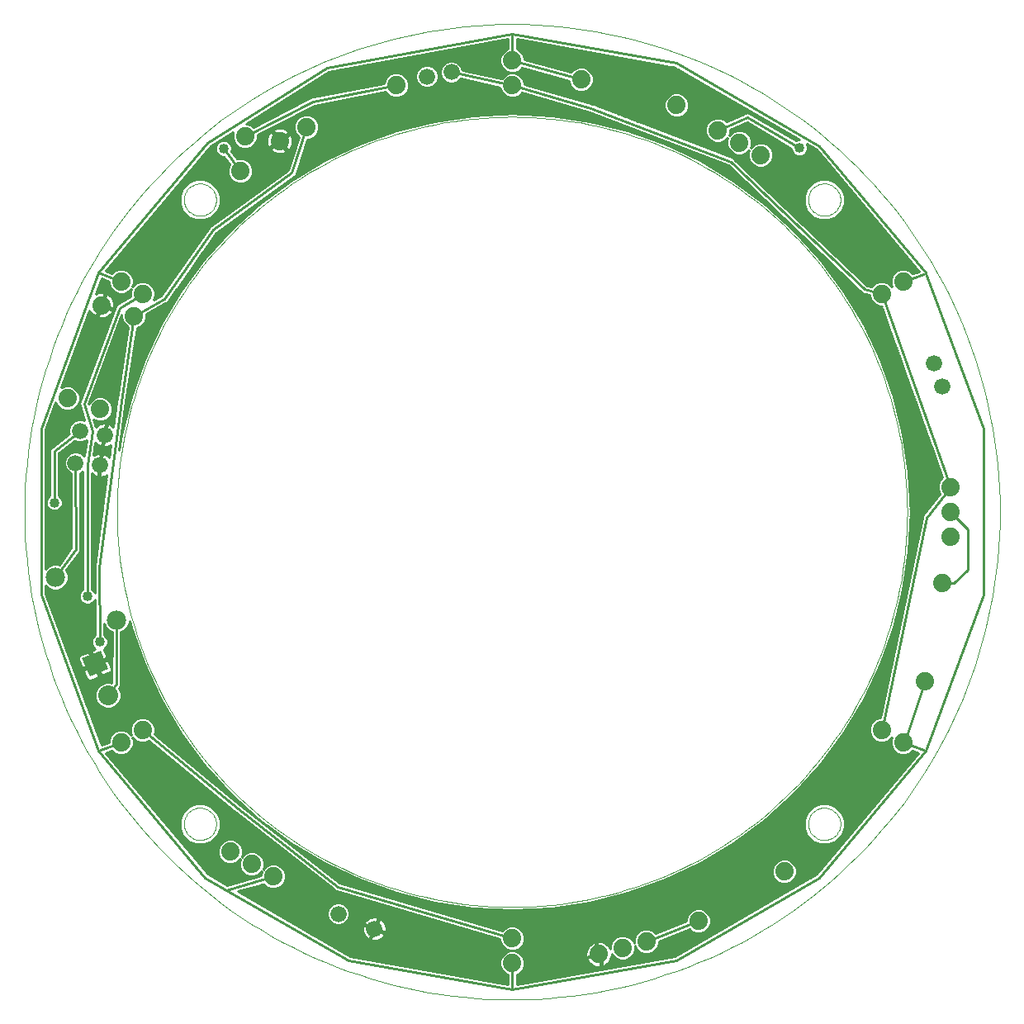
<source format=gtl>
G75*
%MOIN*%
%OFA0B0*%
%FSLAX24Y24*%
%IPPOS*%
%LPD*%
%AMOC8*
5,1,8,0,0,1.08239X$1,22.5*
%
%ADD10C,0.0010*%
%ADD11C,0.0800*%
%ADD12R,0.0800X0.0800*%
%ADD13C,0.0780*%
%ADD14C,0.0660*%
%ADD15C,0.0740*%
%ADD16C,0.0000*%
%ADD17C,0.0100*%
%ADD18C,0.0400*%
D10*
X000150Y019835D02*
X000156Y020318D01*
X000174Y020801D01*
X000203Y021283D01*
X000245Y021764D01*
X000298Y022245D01*
X000363Y022723D01*
X000440Y023200D01*
X000528Y023675D01*
X000628Y024148D01*
X000740Y024618D01*
X000863Y025085D01*
X000998Y025549D01*
X001144Y026010D01*
X001301Y026467D01*
X001469Y026920D01*
X001648Y027368D01*
X001839Y027812D01*
X002040Y028251D01*
X002252Y028686D01*
X002474Y029114D01*
X002707Y029538D01*
X002951Y029955D01*
X003204Y030366D01*
X003468Y030771D01*
X003741Y031170D01*
X004024Y031561D01*
X004316Y031946D01*
X004618Y032323D01*
X004929Y032693D01*
X005249Y033055D01*
X005578Y033409D01*
X005916Y033754D01*
X006261Y034092D01*
X006615Y034421D01*
X006977Y034741D01*
X007347Y035052D01*
X007724Y035354D01*
X008109Y035646D01*
X008500Y035929D01*
X008899Y036202D01*
X009304Y036466D01*
X009715Y036719D01*
X010132Y036963D01*
X010556Y037196D01*
X010984Y037418D01*
X011419Y037630D01*
X011858Y037831D01*
X012302Y038022D01*
X012750Y038201D01*
X013203Y038369D01*
X013660Y038526D01*
X014121Y038672D01*
X014585Y038807D01*
X015052Y038930D01*
X015522Y039042D01*
X015995Y039142D01*
X016470Y039230D01*
X016947Y039307D01*
X017425Y039372D01*
X017906Y039425D01*
X018387Y039467D01*
X018869Y039496D01*
X019352Y039514D01*
X019835Y039520D01*
X020318Y039514D01*
X020801Y039496D01*
X021283Y039467D01*
X021764Y039425D01*
X022245Y039372D01*
X022723Y039307D01*
X023200Y039230D01*
X023675Y039142D01*
X024148Y039042D01*
X024618Y038930D01*
X025085Y038807D01*
X025549Y038672D01*
X026010Y038526D01*
X026467Y038369D01*
X026920Y038201D01*
X027368Y038022D01*
X027812Y037831D01*
X028251Y037630D01*
X028686Y037418D01*
X029114Y037196D01*
X029538Y036963D01*
X029955Y036719D01*
X030366Y036466D01*
X030771Y036202D01*
X031170Y035929D01*
X031561Y035646D01*
X031946Y035354D01*
X032323Y035052D01*
X032693Y034741D01*
X033055Y034421D01*
X033409Y034092D01*
X033754Y033754D01*
X034092Y033409D01*
X034421Y033055D01*
X034741Y032693D01*
X035052Y032323D01*
X035354Y031946D01*
X035646Y031561D01*
X035929Y031170D01*
X036202Y030771D01*
X036466Y030366D01*
X036719Y029955D01*
X036963Y029538D01*
X037196Y029114D01*
X037418Y028686D01*
X037630Y028251D01*
X037831Y027812D01*
X038022Y027368D01*
X038201Y026920D01*
X038369Y026467D01*
X038526Y026010D01*
X038672Y025549D01*
X038807Y025085D01*
X038930Y024618D01*
X039042Y024148D01*
X039142Y023675D01*
X039230Y023200D01*
X039307Y022723D01*
X039372Y022245D01*
X039425Y021764D01*
X039467Y021283D01*
X039496Y020801D01*
X039514Y020318D01*
X039520Y019835D01*
X039514Y019352D01*
X039496Y018869D01*
X039467Y018387D01*
X039425Y017906D01*
X039372Y017425D01*
X039307Y016947D01*
X039230Y016470D01*
X039142Y015995D01*
X039042Y015522D01*
X038930Y015052D01*
X038807Y014585D01*
X038672Y014121D01*
X038526Y013660D01*
X038369Y013203D01*
X038201Y012750D01*
X038022Y012302D01*
X037831Y011858D01*
X037630Y011419D01*
X037418Y010984D01*
X037196Y010556D01*
X036963Y010132D01*
X036719Y009715D01*
X036466Y009304D01*
X036202Y008899D01*
X035929Y008500D01*
X035646Y008109D01*
X035354Y007724D01*
X035052Y007347D01*
X034741Y006977D01*
X034421Y006615D01*
X034092Y006261D01*
X033754Y005916D01*
X033409Y005578D01*
X033055Y005249D01*
X032693Y004929D01*
X032323Y004618D01*
X031946Y004316D01*
X031561Y004024D01*
X031170Y003741D01*
X030771Y003468D01*
X030366Y003204D01*
X029955Y002951D01*
X029538Y002707D01*
X029114Y002474D01*
X028686Y002252D01*
X028251Y002040D01*
X027812Y001839D01*
X027368Y001648D01*
X026920Y001469D01*
X026467Y001301D01*
X026010Y001144D01*
X025549Y000998D01*
X025085Y000863D01*
X024618Y000740D01*
X024148Y000628D01*
X023675Y000528D01*
X023200Y000440D01*
X022723Y000363D01*
X022245Y000298D01*
X021764Y000245D01*
X021283Y000203D01*
X020801Y000174D01*
X020318Y000156D01*
X019835Y000150D01*
X019352Y000156D01*
X018869Y000174D01*
X018387Y000203D01*
X017906Y000245D01*
X017425Y000298D01*
X016947Y000363D01*
X016470Y000440D01*
X015995Y000528D01*
X015522Y000628D01*
X015052Y000740D01*
X014585Y000863D01*
X014121Y000998D01*
X013660Y001144D01*
X013203Y001301D01*
X012750Y001469D01*
X012302Y001648D01*
X011858Y001839D01*
X011419Y002040D01*
X010984Y002252D01*
X010556Y002474D01*
X010132Y002707D01*
X009715Y002951D01*
X009304Y003204D01*
X008899Y003468D01*
X008500Y003741D01*
X008109Y004024D01*
X007724Y004316D01*
X007347Y004618D01*
X006977Y004929D01*
X006615Y005249D01*
X006261Y005578D01*
X005916Y005916D01*
X005578Y006261D01*
X005249Y006615D01*
X004929Y006977D01*
X004618Y007347D01*
X004316Y007724D01*
X004024Y008109D01*
X003741Y008500D01*
X003468Y008899D01*
X003204Y009304D01*
X002951Y009715D01*
X002707Y010132D01*
X002474Y010556D01*
X002252Y010984D01*
X002040Y011419D01*
X001839Y011858D01*
X001648Y012302D01*
X001469Y012750D01*
X001301Y013203D01*
X001144Y013660D01*
X000998Y014121D01*
X000863Y014585D01*
X000740Y015052D01*
X000628Y015522D01*
X000528Y015995D01*
X000440Y016470D01*
X000363Y016947D01*
X000298Y017425D01*
X000245Y017906D01*
X000203Y018387D01*
X000174Y018869D01*
X000156Y019352D01*
X000150Y019835D01*
X003890Y019835D02*
X003895Y020226D01*
X003909Y020617D01*
X003933Y021008D01*
X003967Y021398D01*
X004010Y021787D01*
X004063Y022175D01*
X004125Y022561D01*
X004196Y022946D01*
X004277Y023329D01*
X004368Y023709D01*
X004468Y024088D01*
X004577Y024464D01*
X004695Y024837D01*
X004822Y025207D01*
X004958Y025574D01*
X005104Y025937D01*
X005258Y026297D01*
X005421Y026652D01*
X005593Y027004D01*
X005773Y027351D01*
X005961Y027694D01*
X006159Y028032D01*
X006364Y028366D01*
X006577Y028694D01*
X006799Y029016D01*
X007028Y029333D01*
X007265Y029645D01*
X007509Y029950D01*
X007761Y030250D01*
X008021Y030543D01*
X008287Y030830D01*
X008560Y031110D01*
X008840Y031383D01*
X009127Y031649D01*
X009420Y031909D01*
X009720Y032161D01*
X010025Y032405D01*
X010337Y032642D01*
X010654Y032871D01*
X010976Y033093D01*
X011304Y033306D01*
X011638Y033511D01*
X011976Y033709D01*
X012319Y033897D01*
X012666Y034077D01*
X013018Y034249D01*
X013373Y034412D01*
X013733Y034566D01*
X014096Y034712D01*
X014463Y034848D01*
X014833Y034975D01*
X015206Y035093D01*
X015582Y035202D01*
X015961Y035302D01*
X016341Y035393D01*
X016724Y035474D01*
X017109Y035545D01*
X017495Y035607D01*
X017883Y035660D01*
X018272Y035703D01*
X018662Y035737D01*
X019053Y035761D01*
X019444Y035775D01*
X019835Y035780D01*
X020226Y035775D01*
X020617Y035761D01*
X021008Y035737D01*
X021398Y035703D01*
X021787Y035660D01*
X022175Y035607D01*
X022561Y035545D01*
X022946Y035474D01*
X023329Y035393D01*
X023709Y035302D01*
X024088Y035202D01*
X024464Y035093D01*
X024837Y034975D01*
X025207Y034848D01*
X025574Y034712D01*
X025937Y034566D01*
X026297Y034412D01*
X026652Y034249D01*
X027004Y034077D01*
X027351Y033897D01*
X027694Y033709D01*
X028032Y033511D01*
X028366Y033306D01*
X028694Y033093D01*
X029016Y032871D01*
X029333Y032642D01*
X029645Y032405D01*
X029950Y032161D01*
X030250Y031909D01*
X030543Y031649D01*
X030830Y031383D01*
X031110Y031110D01*
X031383Y030830D01*
X031649Y030543D01*
X031909Y030250D01*
X032161Y029950D01*
X032405Y029645D01*
X032642Y029333D01*
X032871Y029016D01*
X033093Y028694D01*
X033306Y028366D01*
X033511Y028032D01*
X033709Y027694D01*
X033897Y027351D01*
X034077Y027004D01*
X034249Y026652D01*
X034412Y026297D01*
X034566Y025937D01*
X034712Y025574D01*
X034848Y025207D01*
X034975Y024837D01*
X035093Y024464D01*
X035202Y024088D01*
X035302Y023709D01*
X035393Y023329D01*
X035474Y022946D01*
X035545Y022561D01*
X035607Y022175D01*
X035660Y021787D01*
X035703Y021398D01*
X035737Y021008D01*
X035761Y020617D01*
X035775Y020226D01*
X035780Y019835D01*
X035775Y019444D01*
X035761Y019053D01*
X035737Y018662D01*
X035703Y018272D01*
X035660Y017883D01*
X035607Y017495D01*
X035545Y017109D01*
X035474Y016724D01*
X035393Y016341D01*
X035302Y015961D01*
X035202Y015582D01*
X035093Y015206D01*
X034975Y014833D01*
X034848Y014463D01*
X034712Y014096D01*
X034566Y013733D01*
X034412Y013373D01*
X034249Y013018D01*
X034077Y012666D01*
X033897Y012319D01*
X033709Y011976D01*
X033511Y011638D01*
X033306Y011304D01*
X033093Y010976D01*
X032871Y010654D01*
X032642Y010337D01*
X032405Y010025D01*
X032161Y009720D01*
X031909Y009420D01*
X031649Y009127D01*
X031383Y008840D01*
X031110Y008560D01*
X030830Y008287D01*
X030543Y008021D01*
X030250Y007761D01*
X029950Y007509D01*
X029645Y007265D01*
X029333Y007028D01*
X029016Y006799D01*
X028694Y006577D01*
X028366Y006364D01*
X028032Y006159D01*
X027694Y005961D01*
X027351Y005773D01*
X027004Y005593D01*
X026652Y005421D01*
X026297Y005258D01*
X025937Y005104D01*
X025574Y004958D01*
X025207Y004822D01*
X024837Y004695D01*
X024464Y004577D01*
X024088Y004468D01*
X023709Y004368D01*
X023329Y004277D01*
X022946Y004196D01*
X022561Y004125D01*
X022175Y004063D01*
X021787Y004010D01*
X021398Y003967D01*
X021008Y003933D01*
X020617Y003909D01*
X020226Y003895D01*
X019835Y003890D01*
X019444Y003895D01*
X019053Y003909D01*
X018662Y003933D01*
X018272Y003967D01*
X017883Y004010D01*
X017495Y004063D01*
X017109Y004125D01*
X016724Y004196D01*
X016341Y004277D01*
X015961Y004368D01*
X015582Y004468D01*
X015206Y004577D01*
X014833Y004695D01*
X014463Y004822D01*
X014096Y004958D01*
X013733Y005104D01*
X013373Y005258D01*
X013018Y005421D01*
X012666Y005593D01*
X012319Y005773D01*
X011976Y005961D01*
X011638Y006159D01*
X011304Y006364D01*
X010976Y006577D01*
X010654Y006799D01*
X010337Y007028D01*
X010025Y007265D01*
X009720Y007509D01*
X009420Y007761D01*
X009127Y008021D01*
X008840Y008287D01*
X008560Y008560D01*
X008287Y008840D01*
X008021Y009127D01*
X007761Y009420D01*
X007509Y009720D01*
X007265Y010025D01*
X007028Y010337D01*
X006799Y010654D01*
X006577Y010976D01*
X006364Y011304D01*
X006159Y011638D01*
X005961Y011976D01*
X005773Y012319D01*
X005593Y012666D01*
X005421Y013018D01*
X005258Y013373D01*
X005104Y013733D01*
X004958Y014096D01*
X004822Y014463D01*
X004695Y014833D01*
X004577Y015206D01*
X004468Y015582D01*
X004368Y015961D01*
X004277Y016341D01*
X004196Y016724D01*
X004125Y017109D01*
X004063Y017495D01*
X004010Y017883D01*
X003967Y018272D01*
X003933Y018662D01*
X003909Y019053D01*
X003895Y019444D01*
X003890Y019835D01*
D11*
X003524Y012427D03*
D12*
G36*
X002781Y013178D02*
X002475Y013916D01*
X003213Y014222D01*
X003519Y013484D01*
X002781Y013178D01*
G37*
D13*
X003859Y015471D03*
X001402Y017191D03*
D14*
X002209Y021808D03*
X003205Y021721D03*
X003377Y022935D03*
X002392Y023109D03*
X016394Y037406D03*
X017379Y037579D03*
X036853Y025817D03*
X037195Y024877D03*
X014267Y003002D03*
X012812Y003605D03*
D15*
X010189Y005111D03*
X009323Y005611D03*
X008457Y006111D03*
X004048Y010530D03*
X004914Y011030D03*
X003206Y023983D03*
X001883Y024416D03*
X004574Y027742D03*
X004914Y028640D03*
X004048Y029140D03*
X003251Y028175D03*
X008861Y033592D03*
X009045Y034995D03*
X010447Y034810D03*
X011530Y035364D03*
X015156Y037054D03*
X019835Y037052D03*
X019835Y038052D03*
X022612Y037286D03*
X026476Y036250D03*
X028134Y035237D03*
X029000Y034737D03*
X029866Y034237D03*
X034756Y028640D03*
X035622Y029140D03*
X037532Y020835D03*
X037532Y019835D03*
X037532Y018835D03*
X037190Y016946D03*
X036496Y013007D03*
X034756Y011030D03*
X035622Y010530D03*
X030815Y005315D03*
X027351Y003315D03*
X025258Y002495D03*
X024292Y002237D03*
X023326Y001978D03*
X019835Y001619D03*
X019835Y002619D03*
D16*
X006587Y007237D02*
X006589Y007287D01*
X006595Y007337D01*
X006605Y007387D01*
X006618Y007435D01*
X006635Y007483D01*
X006656Y007529D01*
X006680Y007573D01*
X006708Y007615D01*
X006739Y007655D01*
X006773Y007692D01*
X006810Y007727D01*
X006849Y007758D01*
X006890Y007787D01*
X006934Y007812D01*
X006980Y007834D01*
X007027Y007852D01*
X007075Y007866D01*
X007124Y007877D01*
X007174Y007884D01*
X007224Y007887D01*
X007275Y007886D01*
X007325Y007881D01*
X007375Y007872D01*
X007423Y007860D01*
X007471Y007843D01*
X007517Y007823D01*
X007562Y007800D01*
X007605Y007773D01*
X007645Y007743D01*
X007683Y007710D01*
X007718Y007674D01*
X007751Y007635D01*
X007780Y007594D01*
X007806Y007551D01*
X007829Y007506D01*
X007848Y007459D01*
X007863Y007411D01*
X007875Y007362D01*
X007883Y007312D01*
X007887Y007262D01*
X007887Y007212D01*
X007883Y007162D01*
X007875Y007112D01*
X007863Y007063D01*
X007848Y007015D01*
X007829Y006968D01*
X007806Y006923D01*
X007780Y006880D01*
X007751Y006839D01*
X007718Y006800D01*
X007683Y006764D01*
X007645Y006731D01*
X007605Y006701D01*
X007562Y006674D01*
X007517Y006651D01*
X007471Y006631D01*
X007423Y006614D01*
X007375Y006602D01*
X007325Y006593D01*
X007275Y006588D01*
X007224Y006587D01*
X007174Y006590D01*
X007124Y006597D01*
X007075Y006608D01*
X007027Y006622D01*
X006980Y006640D01*
X006934Y006662D01*
X006890Y006687D01*
X006849Y006716D01*
X006810Y006747D01*
X006773Y006782D01*
X006739Y006819D01*
X006708Y006859D01*
X006680Y006901D01*
X006656Y006945D01*
X006635Y006991D01*
X006618Y007039D01*
X006605Y007087D01*
X006595Y007137D01*
X006589Y007187D01*
X006587Y007237D01*
X006587Y032433D02*
X006589Y032483D01*
X006595Y032533D01*
X006605Y032583D01*
X006618Y032631D01*
X006635Y032679D01*
X006656Y032725D01*
X006680Y032769D01*
X006708Y032811D01*
X006739Y032851D01*
X006773Y032888D01*
X006810Y032923D01*
X006849Y032954D01*
X006890Y032983D01*
X006934Y033008D01*
X006980Y033030D01*
X007027Y033048D01*
X007075Y033062D01*
X007124Y033073D01*
X007174Y033080D01*
X007224Y033083D01*
X007275Y033082D01*
X007325Y033077D01*
X007375Y033068D01*
X007423Y033056D01*
X007471Y033039D01*
X007517Y033019D01*
X007562Y032996D01*
X007605Y032969D01*
X007645Y032939D01*
X007683Y032906D01*
X007718Y032870D01*
X007751Y032831D01*
X007780Y032790D01*
X007806Y032747D01*
X007829Y032702D01*
X007848Y032655D01*
X007863Y032607D01*
X007875Y032558D01*
X007883Y032508D01*
X007887Y032458D01*
X007887Y032408D01*
X007883Y032358D01*
X007875Y032308D01*
X007863Y032259D01*
X007848Y032211D01*
X007829Y032164D01*
X007806Y032119D01*
X007780Y032076D01*
X007751Y032035D01*
X007718Y031996D01*
X007683Y031960D01*
X007645Y031927D01*
X007605Y031897D01*
X007562Y031870D01*
X007517Y031847D01*
X007471Y031827D01*
X007423Y031810D01*
X007375Y031798D01*
X007325Y031789D01*
X007275Y031784D01*
X007224Y031783D01*
X007174Y031786D01*
X007124Y031793D01*
X007075Y031804D01*
X007027Y031818D01*
X006980Y031836D01*
X006934Y031858D01*
X006890Y031883D01*
X006849Y031912D01*
X006810Y031943D01*
X006773Y031978D01*
X006739Y032015D01*
X006708Y032055D01*
X006680Y032097D01*
X006656Y032141D01*
X006635Y032187D01*
X006618Y032235D01*
X006605Y032283D01*
X006595Y032333D01*
X006589Y032383D01*
X006587Y032433D01*
X031783Y032433D02*
X031785Y032483D01*
X031791Y032533D01*
X031801Y032583D01*
X031814Y032631D01*
X031831Y032679D01*
X031852Y032725D01*
X031876Y032769D01*
X031904Y032811D01*
X031935Y032851D01*
X031969Y032888D01*
X032006Y032923D01*
X032045Y032954D01*
X032086Y032983D01*
X032130Y033008D01*
X032176Y033030D01*
X032223Y033048D01*
X032271Y033062D01*
X032320Y033073D01*
X032370Y033080D01*
X032420Y033083D01*
X032471Y033082D01*
X032521Y033077D01*
X032571Y033068D01*
X032619Y033056D01*
X032667Y033039D01*
X032713Y033019D01*
X032758Y032996D01*
X032801Y032969D01*
X032841Y032939D01*
X032879Y032906D01*
X032914Y032870D01*
X032947Y032831D01*
X032976Y032790D01*
X033002Y032747D01*
X033025Y032702D01*
X033044Y032655D01*
X033059Y032607D01*
X033071Y032558D01*
X033079Y032508D01*
X033083Y032458D01*
X033083Y032408D01*
X033079Y032358D01*
X033071Y032308D01*
X033059Y032259D01*
X033044Y032211D01*
X033025Y032164D01*
X033002Y032119D01*
X032976Y032076D01*
X032947Y032035D01*
X032914Y031996D01*
X032879Y031960D01*
X032841Y031927D01*
X032801Y031897D01*
X032758Y031870D01*
X032713Y031847D01*
X032667Y031827D01*
X032619Y031810D01*
X032571Y031798D01*
X032521Y031789D01*
X032471Y031784D01*
X032420Y031783D01*
X032370Y031786D01*
X032320Y031793D01*
X032271Y031804D01*
X032223Y031818D01*
X032176Y031836D01*
X032130Y031858D01*
X032086Y031883D01*
X032045Y031912D01*
X032006Y031943D01*
X031969Y031978D01*
X031935Y032015D01*
X031904Y032055D01*
X031876Y032097D01*
X031852Y032141D01*
X031831Y032187D01*
X031814Y032235D01*
X031801Y032283D01*
X031791Y032333D01*
X031785Y032383D01*
X031783Y032433D01*
X031783Y007237D02*
X031785Y007287D01*
X031791Y007337D01*
X031801Y007387D01*
X031814Y007435D01*
X031831Y007483D01*
X031852Y007529D01*
X031876Y007573D01*
X031904Y007615D01*
X031935Y007655D01*
X031969Y007692D01*
X032006Y007727D01*
X032045Y007758D01*
X032086Y007787D01*
X032130Y007812D01*
X032176Y007834D01*
X032223Y007852D01*
X032271Y007866D01*
X032320Y007877D01*
X032370Y007884D01*
X032420Y007887D01*
X032471Y007886D01*
X032521Y007881D01*
X032571Y007872D01*
X032619Y007860D01*
X032667Y007843D01*
X032713Y007823D01*
X032758Y007800D01*
X032801Y007773D01*
X032841Y007743D01*
X032879Y007710D01*
X032914Y007674D01*
X032947Y007635D01*
X032976Y007594D01*
X033002Y007551D01*
X033025Y007506D01*
X033044Y007459D01*
X033059Y007411D01*
X033071Y007362D01*
X033079Y007312D01*
X033083Y007262D01*
X033083Y007212D01*
X033079Y007162D01*
X033071Y007112D01*
X033059Y007063D01*
X033044Y007015D01*
X033025Y006968D01*
X033002Y006923D01*
X032976Y006880D01*
X032947Y006839D01*
X032914Y006800D01*
X032879Y006764D01*
X032841Y006731D01*
X032801Y006701D01*
X032758Y006674D01*
X032713Y006651D01*
X032667Y006631D01*
X032619Y006614D01*
X032571Y006602D01*
X032521Y006593D01*
X032471Y006588D01*
X032420Y006587D01*
X032370Y006590D01*
X032320Y006597D01*
X032271Y006608D01*
X032223Y006622D01*
X032176Y006640D01*
X032130Y006662D01*
X032086Y006687D01*
X032045Y006716D01*
X032006Y006747D01*
X031969Y006782D01*
X031935Y006819D01*
X031904Y006859D01*
X031876Y006901D01*
X031852Y006945D01*
X031831Y006991D01*
X031814Y007039D01*
X031801Y007087D01*
X031791Y007137D01*
X031785Y007187D01*
X031783Y007237D01*
D17*
X007977Y006257D02*
X006674Y006257D01*
X006592Y006356D02*
X008017Y006356D01*
X008033Y006394D02*
X007957Y006210D01*
X007957Y006011D01*
X008033Y005827D01*
X008174Y005687D01*
X008358Y005611D01*
X008557Y005611D01*
X008740Y005687D01*
X008865Y005812D01*
X008823Y005710D01*
X008823Y005511D01*
X008899Y005327D01*
X009040Y005187D01*
X009224Y005111D01*
X009423Y005111D01*
X009606Y005187D01*
X009731Y005312D01*
X009689Y005210D01*
X009689Y005154D01*
X008330Y004761D01*
X007551Y005211D01*
X003443Y010110D01*
X003674Y010197D01*
X003764Y010106D01*
X003948Y010030D01*
X004147Y010030D01*
X004331Y010106D01*
X004472Y010247D01*
X004548Y010430D01*
X004548Y010629D01*
X004506Y010731D01*
X004630Y010606D01*
X004814Y010530D01*
X005013Y010530D01*
X005162Y010592D01*
X008582Y007773D01*
X008583Y007771D01*
X008640Y007726D01*
X008695Y007680D01*
X008698Y007680D01*
X012647Y004579D01*
X012665Y004546D01*
X012704Y004534D01*
X012735Y004510D01*
X012772Y004514D01*
X019335Y002578D01*
X019335Y002519D01*
X019411Y002335D01*
X019552Y002195D01*
X019736Y002119D01*
X019934Y002119D01*
X020118Y002195D01*
X020259Y002335D01*
X020335Y002519D01*
X020335Y002718D01*
X020259Y002902D01*
X020118Y003042D01*
X019934Y003119D01*
X019736Y003119D01*
X019552Y003042D01*
X019434Y002924D01*
X012872Y004860D01*
X008865Y008007D01*
X005389Y010871D01*
X005414Y010930D01*
X005414Y011129D01*
X005338Y011313D01*
X005197Y011454D01*
X005013Y011530D01*
X004814Y011530D01*
X004630Y011454D01*
X004490Y011313D01*
X004414Y011129D01*
X004414Y010930D01*
X004456Y010829D01*
X004331Y010954D01*
X004147Y011030D01*
X003948Y011030D01*
X003764Y010954D01*
X003624Y010813D01*
X003548Y010629D01*
X003548Y010534D01*
X003248Y010422D01*
X000999Y016521D01*
X000999Y016858D01*
X001107Y016751D01*
X001298Y016671D01*
X001505Y016671D01*
X001696Y016751D01*
X001842Y016897D01*
X001922Y017088D01*
X001922Y017295D01*
X001842Y017486D01*
X002509Y017486D01*
X002509Y017388D02*
X001883Y017388D01*
X001842Y017486D02*
X001839Y017489D01*
X002354Y018202D01*
X002397Y018245D01*
X002397Y018261D01*
X002406Y018274D01*
X002509Y018274D01*
X002509Y018176D02*
X002335Y018176D01*
X002406Y018274D02*
X002397Y018334D01*
X002390Y021385D01*
X002470Y021418D01*
X002509Y021458D01*
X002509Y016712D01*
X002502Y016709D01*
X002410Y016616D01*
X002359Y016495D01*
X002359Y016364D01*
X002410Y016243D01*
X002502Y016150D01*
X002624Y016100D01*
X002755Y016100D01*
X002876Y016150D01*
X002969Y016243D01*
X002990Y016294D01*
X003000Y014861D01*
X002995Y014859D01*
X002902Y014766D01*
X002851Y014645D01*
X002851Y014513D01*
X002902Y014392D01*
X002995Y014299D01*
X003001Y014297D01*
X002832Y014227D01*
X003024Y013765D01*
X003486Y013957D01*
X003347Y014291D01*
X003368Y014299D01*
X003461Y014392D01*
X003511Y014513D01*
X003511Y014645D01*
X003461Y014766D01*
X003368Y014859D01*
X003360Y014863D01*
X003357Y015325D01*
X003418Y015176D01*
X003564Y015030D01*
X003677Y014983D01*
X003671Y012944D01*
X003669Y012941D01*
X003629Y012957D01*
X003418Y012957D01*
X003224Y012876D01*
X003075Y012727D01*
X002994Y012532D01*
X002994Y012321D01*
X003075Y012127D01*
X003224Y011978D01*
X003418Y011897D01*
X003629Y011897D01*
X003824Y011978D01*
X003973Y012127D01*
X004054Y012321D01*
X004054Y012532D01*
X003973Y012727D01*
X003965Y012736D01*
X003989Y012769D01*
X004031Y012811D01*
X004031Y012828D01*
X004041Y012843D01*
X004031Y012901D01*
X004037Y014982D01*
X004154Y015030D01*
X004300Y015176D01*
X004379Y015367D01*
X004379Y015441D01*
X004448Y015167D01*
X004979Y013682D01*
X004979Y013682D01*
X005654Y012255D01*
X006465Y010902D01*
X006465Y010902D01*
X007405Y009634D01*
X008465Y008465D01*
X009634Y007405D01*
X010902Y006465D01*
X012255Y005654D01*
X013682Y004979D01*
X015167Y004448D01*
X016698Y004064D01*
X018259Y003833D01*
X019835Y003755D01*
X021411Y003833D01*
X022972Y004064D01*
X024503Y004448D01*
X025989Y004979D01*
X027415Y005654D01*
X028769Y006465D01*
X030036Y007405D01*
X031205Y008465D01*
X032265Y009634D01*
X033205Y010902D01*
X034016Y012255D01*
X034691Y013682D01*
X035223Y015167D01*
X035606Y016698D01*
X035837Y018259D01*
X035915Y019835D01*
X035837Y021411D01*
X035606Y022972D01*
X035606Y022972D01*
X035223Y024503D01*
X034691Y025989D01*
X034016Y027415D01*
X033205Y028769D01*
X032265Y030036D01*
X031205Y031205D01*
X030036Y032265D01*
X028769Y033205D01*
X028769Y033205D01*
X027415Y034016D01*
X025989Y034691D01*
X025989Y034691D01*
X024503Y035223D01*
X024503Y035223D01*
X022972Y035606D01*
X021411Y035837D01*
X019835Y035915D01*
X018259Y035837D01*
X016698Y035606D01*
X015167Y035223D01*
X013682Y034691D01*
X012255Y034016D01*
X010902Y033205D01*
X009634Y032265D01*
X008465Y031205D01*
X007405Y030036D01*
X006465Y028769D01*
X005654Y027415D01*
X005654Y027415D01*
X004979Y025989D01*
X004979Y025989D01*
X004448Y024503D01*
X004448Y024503D01*
X004064Y022972D01*
X003968Y022322D01*
X004226Y024278D01*
X004680Y027245D01*
X004857Y027318D01*
X004998Y027459D01*
X005074Y027643D01*
X005074Y027816D01*
X005841Y028246D01*
X005885Y028253D01*
X005904Y028281D01*
X005933Y028297D01*
X005945Y028340D01*
X007878Y031104D01*
X011031Y033362D01*
X011086Y033390D01*
X011091Y033404D01*
X011103Y033413D01*
X011113Y033474D01*
X011559Y034864D01*
X011630Y034864D01*
X011814Y034940D01*
X011954Y035081D01*
X012030Y035264D01*
X012030Y035463D01*
X011954Y035647D01*
X011814Y035788D01*
X011630Y035864D01*
X011431Y035864D01*
X011247Y035788D01*
X011106Y035647D01*
X011030Y035463D01*
X011030Y035264D01*
X011106Y035081D01*
X011215Y034972D01*
X010784Y033628D01*
X007677Y031403D01*
X007644Y031397D01*
X007619Y031361D01*
X007583Y031336D01*
X007578Y031302D01*
X005656Y028555D01*
X005348Y028382D01*
X005414Y028541D01*
X005414Y028740D01*
X005338Y028923D01*
X005197Y029064D01*
X005013Y029140D01*
X004814Y029140D01*
X004630Y029064D01*
X004506Y028939D01*
X004548Y029041D01*
X004548Y029240D01*
X004472Y029423D01*
X004331Y029564D01*
X004147Y029640D01*
X003948Y029640D01*
X003764Y029564D01*
X003674Y029473D01*
X003443Y029560D01*
X007652Y034580D01*
X008574Y035163D01*
X008545Y035094D01*
X008545Y034895D01*
X008621Y034711D01*
X008762Y034571D01*
X008946Y034495D01*
X009145Y034495D01*
X009328Y034571D01*
X009469Y034711D01*
X009545Y034895D01*
X009545Y035049D01*
X011863Y036238D01*
X014725Y036788D01*
X014732Y036771D01*
X014872Y036630D01*
X015056Y036554D01*
X015255Y036554D01*
X015439Y036630D01*
X015579Y036771D01*
X015656Y036955D01*
X015656Y037154D01*
X015579Y037338D01*
X015439Y037478D01*
X015255Y037554D01*
X015056Y037554D01*
X014872Y037478D01*
X014732Y037338D01*
X014656Y037154D01*
X014656Y037141D01*
X011815Y036595D01*
X011788Y036604D01*
X011744Y036582D01*
X011696Y036573D01*
X011680Y036549D01*
X009379Y035368D01*
X009328Y035418D01*
X009145Y035495D01*
X009098Y035495D01*
X012421Y037597D01*
X019655Y038911D01*
X019655Y038518D01*
X019552Y038475D01*
X019411Y038335D01*
X019335Y038151D01*
X019335Y037952D01*
X019411Y037768D01*
X019552Y037628D01*
X019736Y037552D01*
X019552Y037475D01*
X019411Y037335D01*
X019408Y037327D01*
X017839Y037665D01*
X017839Y037671D01*
X017769Y037840D01*
X017639Y037969D01*
X017470Y038039D01*
X017287Y038039D01*
X017118Y037969D01*
X016989Y037840D01*
X016919Y037671D01*
X016919Y037488D01*
X016989Y037319D01*
X017118Y037189D01*
X017287Y037119D01*
X017470Y037119D01*
X017639Y037189D01*
X017763Y037313D01*
X019335Y036975D01*
X019335Y036952D01*
X019411Y036768D01*
X019552Y036628D01*
X019736Y036552D01*
X019934Y036552D01*
X020118Y036628D01*
X020238Y036748D01*
X022947Y035963D01*
X028556Y033814D01*
X033926Y028698D01*
X033952Y028655D01*
X033978Y028648D01*
X033997Y028630D01*
X034047Y028631D01*
X034256Y028579D01*
X034256Y028541D01*
X034332Y028357D01*
X034473Y028216D01*
X034657Y028140D01*
X034743Y028140D01*
X037205Y021216D01*
X037108Y021118D01*
X037032Y020934D01*
X035861Y020934D01*
X035856Y021032D02*
X037072Y021032D01*
X037032Y020934D02*
X037032Y020736D01*
X037101Y020569D01*
X036443Y019713D01*
X036407Y019689D01*
X036400Y019656D01*
X036379Y019630D01*
X036385Y019586D01*
X034678Y011530D01*
X034657Y011530D01*
X034473Y011454D01*
X034332Y011313D01*
X034256Y011129D01*
X034256Y010930D01*
X034332Y010747D01*
X034473Y010606D01*
X034657Y010530D01*
X034856Y010530D01*
X035040Y010606D01*
X035164Y010731D01*
X035122Y010629D01*
X035122Y010430D01*
X035199Y010247D01*
X035339Y010106D01*
X035523Y010030D01*
X035722Y010030D01*
X035906Y010106D01*
X035996Y010197D01*
X036227Y010110D01*
X032119Y005211D01*
X026386Y001896D01*
X020015Y000759D01*
X020015Y001152D01*
X020118Y001195D01*
X020259Y001335D01*
X020335Y001519D01*
X020335Y001718D01*
X020259Y001902D01*
X020118Y002042D01*
X019934Y002119D01*
X019736Y002119D01*
X019552Y002042D01*
X019411Y001902D01*
X019335Y001718D01*
X019335Y001519D01*
X019411Y001335D01*
X019552Y001195D01*
X019655Y001152D01*
X019655Y000759D01*
X013284Y001896D01*
X008762Y004511D01*
X009786Y004807D01*
X009906Y004687D01*
X010090Y004611D01*
X010289Y004611D01*
X010472Y004687D01*
X010613Y004827D01*
X010689Y005011D01*
X010689Y005210D01*
X010613Y005394D01*
X010472Y005535D01*
X010289Y005611D01*
X010090Y005611D01*
X009906Y005535D01*
X009781Y005410D01*
X009823Y005511D01*
X009823Y005710D01*
X009747Y005894D01*
X009606Y006035D01*
X009423Y006111D01*
X009224Y006111D01*
X009040Y006035D01*
X008915Y005910D01*
X008957Y006011D01*
X008957Y006210D01*
X008881Y006394D01*
X008740Y006535D01*
X008557Y006611D01*
X008358Y006611D01*
X008174Y006535D01*
X008033Y006394D01*
X008093Y006454D02*
X007490Y006454D01*
X007400Y006417D02*
X007701Y006541D01*
X007932Y006772D01*
X007932Y006772D01*
X007932Y006772D01*
X008057Y007074D01*
X008057Y007400D01*
X007932Y007701D01*
X007932Y007701D01*
X007701Y007932D01*
X007400Y008057D01*
X007074Y008057D01*
X006772Y007932D01*
X006541Y007701D01*
X006417Y007400D01*
X006417Y007074D01*
X006541Y006772D01*
X006772Y006541D01*
X006772Y006541D01*
X007074Y006417D01*
X007199Y006417D01*
X007400Y006417D01*
X007712Y006553D02*
X008217Y006553D01*
X007909Y006750D02*
X009883Y006750D01*
X009758Y006848D02*
X007963Y006848D01*
X008004Y006947D02*
X009632Y006947D01*
X009507Y007045D02*
X008045Y007045D01*
X008057Y007144D02*
X009382Y007144D01*
X009256Y007242D02*
X008057Y007242D01*
X008057Y007341D02*
X009131Y007341D01*
X009005Y007439D02*
X008040Y007439D01*
X008000Y007538D02*
X008880Y007538D01*
X008754Y007636D02*
X007959Y007636D01*
X007898Y007735D02*
X008629Y007735D01*
X008510Y007833D02*
X007800Y007833D01*
X007701Y007932D02*
X008390Y007932D01*
X008271Y008030D02*
X007464Y008030D01*
X007701Y007932D02*
X007701Y007932D01*
X008032Y008227D02*
X005022Y008227D01*
X004940Y008326D02*
X007912Y008326D01*
X007793Y008424D02*
X004857Y008424D01*
X004775Y008523D02*
X007673Y008523D01*
X007554Y008621D02*
X004692Y008621D01*
X004609Y008720D02*
X007434Y008720D01*
X007315Y008818D02*
X004527Y008818D01*
X004444Y008917D02*
X007195Y008917D01*
X007076Y009015D02*
X004362Y009015D01*
X004279Y009114D02*
X006956Y009114D01*
X006837Y009212D02*
X004196Y009212D01*
X004114Y009311D02*
X006717Y009311D01*
X006598Y009409D02*
X004031Y009409D01*
X003949Y009508D02*
X006478Y009508D01*
X006359Y009606D02*
X003866Y009606D01*
X003784Y009705D02*
X006239Y009705D01*
X006119Y009803D02*
X003701Y009803D01*
X003618Y009902D02*
X006000Y009902D01*
X005880Y010000D02*
X003536Y010000D01*
X003453Y010099D02*
X003783Y010099D01*
X004048Y010530D02*
X003142Y010189D01*
X000819Y016489D01*
X000819Y023181D01*
X003142Y029481D01*
X004048Y029140D01*
X004240Y029602D02*
X006388Y029602D01*
X006457Y029700D02*
X003561Y029700D01*
X003478Y029602D02*
X003855Y029602D01*
X003704Y029503D02*
X003594Y029503D01*
X003643Y029799D02*
X006526Y029799D01*
X006595Y029897D02*
X003726Y029897D01*
X003809Y029996D02*
X006664Y029996D01*
X006733Y030094D02*
X003891Y030094D01*
X003974Y030193D02*
X006801Y030193D01*
X006870Y030291D02*
X004056Y030291D01*
X004139Y030390D02*
X006939Y030390D01*
X007008Y030488D02*
X004222Y030488D01*
X004304Y030587D02*
X007077Y030587D01*
X007146Y030685D02*
X004387Y030685D01*
X004469Y030784D02*
X007215Y030784D01*
X007284Y030882D02*
X004552Y030882D01*
X004634Y030981D02*
X007352Y030981D01*
X007421Y031079D02*
X004717Y031079D01*
X004800Y031178D02*
X007490Y031178D01*
X007559Y031276D02*
X004882Y031276D01*
X004965Y031375D02*
X007628Y031375D01*
X007775Y031473D02*
X005047Y031473D01*
X005130Y031572D02*
X007913Y031572D01*
X008050Y031670D02*
X007536Y031670D01*
X007400Y031613D02*
X007701Y031738D01*
X007932Y031969D01*
X008057Y032270D01*
X008057Y032597D01*
X007932Y032898D01*
X007701Y033129D01*
X007400Y033253D01*
X007074Y033253D01*
X006772Y033129D01*
X006541Y032898D01*
X006417Y032597D01*
X006417Y032270D01*
X006541Y031969D01*
X006772Y031738D01*
X006772Y031738D01*
X007074Y031613D01*
X007274Y031613D01*
X007400Y031613D01*
X007400Y031613D01*
X007701Y031738D02*
X007701Y031738D01*
X007731Y031769D02*
X008188Y031769D01*
X008325Y031867D02*
X007830Y031867D01*
X007928Y031966D02*
X008463Y031966D01*
X008600Y032064D02*
X007971Y032064D01*
X007932Y031969D02*
X007932Y031969D01*
X008012Y032163D02*
X008738Y032163D01*
X008875Y032261D02*
X008053Y032261D01*
X008057Y032360D02*
X009013Y032360D01*
X009151Y032458D02*
X008057Y032458D01*
X008057Y032557D02*
X009288Y032557D01*
X009426Y032655D02*
X008032Y032655D01*
X007992Y032754D02*
X009563Y032754D01*
X009701Y032852D02*
X007951Y032852D01*
X007932Y032898D02*
X007932Y032898D01*
X007879Y032951D02*
X009838Y032951D01*
X009976Y033049D02*
X007781Y033049D01*
X007701Y033129D02*
X007701Y033129D01*
X007655Y033148D02*
X008628Y033148D01*
X008577Y033169D02*
X008761Y033092D01*
X008960Y033092D01*
X009144Y033169D01*
X009284Y033309D01*
X009361Y033493D01*
X009361Y033692D01*
X009284Y033876D01*
X009144Y034016D01*
X008960Y034092D01*
X008761Y034092D01*
X008723Y034077D01*
X008491Y034386D01*
X008511Y034435D01*
X008511Y034566D01*
X008461Y034687D01*
X008368Y034780D01*
X008247Y034830D01*
X008116Y034830D01*
X007995Y034780D01*
X007902Y034687D01*
X007851Y034566D01*
X007851Y034435D01*
X007902Y034313D01*
X007995Y034221D01*
X008116Y034170D01*
X008204Y034170D01*
X008432Y033865D01*
X008361Y033692D01*
X008361Y033493D01*
X008437Y033309D01*
X008577Y033169D01*
X008500Y033246D02*
X007418Y033246D01*
X007056Y033246D02*
X006534Y033246D01*
X006616Y033345D02*
X008422Y033345D01*
X008381Y033443D02*
X006699Y033443D01*
X006781Y033542D02*
X008361Y033542D01*
X008361Y033640D02*
X006864Y033640D01*
X006947Y033739D02*
X008380Y033739D01*
X008421Y033837D02*
X007029Y033837D01*
X007112Y033936D02*
X008379Y033936D01*
X008305Y034034D02*
X007194Y034034D01*
X007277Y034133D02*
X008232Y034133D01*
X007984Y034231D02*
X007359Y034231D01*
X007442Y034330D02*
X007895Y034330D01*
X007854Y034428D02*
X007525Y034428D01*
X007607Y034527D02*
X007851Y034527D01*
X007876Y034625D02*
X007723Y034625D01*
X007879Y034724D02*
X007938Y034724D01*
X008035Y034822D02*
X008096Y034822D01*
X008190Y034921D02*
X008545Y034921D01*
X008545Y035019D02*
X008346Y035019D01*
X008502Y035118D02*
X008555Y035118D01*
X008575Y034822D02*
X008267Y034822D01*
X008425Y034724D02*
X008616Y034724D01*
X008708Y034625D02*
X008487Y034625D01*
X008511Y034527D02*
X008868Y034527D01*
X009222Y034527D02*
X010158Y034527D01*
X010127Y034625D02*
X010286Y034625D01*
X010255Y034724D02*
X010414Y034724D01*
X010438Y034742D02*
X010066Y034456D01*
X010109Y034413D01*
X010175Y034365D01*
X010248Y034328D01*
X010326Y034303D01*
X010406Y034290D01*
X010488Y034290D01*
X010569Y034303D01*
X010647Y034328D01*
X010720Y034365D01*
X010725Y034369D01*
X010438Y034742D01*
X010379Y034819D01*
X010093Y035192D01*
X010051Y035149D01*
X010003Y035082D01*
X009965Y035010D01*
X009940Y034932D01*
X009927Y034851D01*
X009927Y034769D01*
X009940Y034688D01*
X009965Y034610D01*
X010003Y034537D01*
X010006Y034532D01*
X010379Y034819D01*
X010456Y034878D01*
X010170Y035251D01*
X010175Y035255D01*
X010248Y035292D01*
X010326Y035317D01*
X010406Y035330D01*
X010488Y035330D01*
X010569Y035317D01*
X010647Y035292D01*
X010720Y035255D01*
X010786Y035207D01*
X010829Y035164D01*
X010456Y034878D01*
X010515Y034801D01*
X010801Y034428D01*
X010844Y034471D01*
X010892Y034537D01*
X010929Y034610D01*
X010954Y034688D01*
X010967Y034769D01*
X010967Y034851D01*
X010954Y034932D01*
X010929Y035010D01*
X010892Y035082D01*
X010888Y035087D01*
X010515Y034801D01*
X010438Y034742D01*
X010453Y034724D02*
X010575Y034724D01*
X010543Y034822D02*
X010499Y034822D01*
X010512Y034921D02*
X010671Y034921D01*
X010640Y035019D02*
X010799Y035019D01*
X010769Y035118D02*
X011091Y035118D01*
X011050Y035216D02*
X010773Y035216D01*
X010577Y035315D02*
X011030Y035315D01*
X011030Y035413D02*
X010255Y035413D01*
X010318Y035315D02*
X010063Y035315D01*
X010197Y035216D02*
X009871Y035216D01*
X010028Y035118D02*
X009679Y035118D01*
X009545Y035019D02*
X009970Y035019D01*
X009938Y034921D02*
X009545Y034921D01*
X009515Y034822D02*
X009927Y034822D01*
X009934Y034724D02*
X009474Y034724D01*
X009383Y034625D02*
X009961Y034625D01*
X010094Y034428D02*
X008509Y034428D01*
X008534Y034330D02*
X010245Y034330D01*
X010650Y034330D02*
X011009Y034330D01*
X011041Y034428D02*
X010679Y034428D01*
X010726Y034527D02*
X010604Y034527D01*
X010650Y034625D02*
X010528Y034625D01*
X010384Y034822D02*
X010377Y034822D01*
X010423Y034921D02*
X010301Y034921D01*
X010348Y035019D02*
X010226Y035019D01*
X010272Y035118D02*
X010150Y035118D01*
X010447Y035512D02*
X011050Y035512D01*
X011091Y035610D02*
X010639Y035610D01*
X010831Y035709D02*
X011168Y035709D01*
X011294Y035807D02*
X011023Y035807D01*
X011215Y035906D02*
X019645Y035906D01*
X019835Y035915D02*
X019835Y035915D01*
X020025Y035906D02*
X023098Y035906D01*
X023004Y036134D02*
X028654Y033969D01*
X034067Y028811D01*
X034756Y028640D01*
X037532Y020835D01*
X036567Y019579D01*
X034756Y011030D01*
X034398Y011379D02*
X033491Y011379D01*
X033432Y011281D02*
X034319Y011281D01*
X034278Y011182D02*
X033373Y011182D01*
X033314Y011084D02*
X034256Y011084D01*
X034256Y010985D02*
X033255Y010985D01*
X033194Y010887D02*
X034275Y010887D01*
X034315Y010788D02*
X033121Y010788D01*
X033048Y010690D02*
X034390Y010690D01*
X034509Y010591D02*
X032975Y010591D01*
X032902Y010493D02*
X035122Y010493D01*
X035122Y010591D02*
X035003Y010591D01*
X035123Y010690D02*
X035147Y010690D01*
X035137Y010394D02*
X032829Y010394D01*
X032756Y010296D02*
X035178Y010296D01*
X035248Y010197D02*
X032682Y010197D01*
X032609Y010099D02*
X035357Y010099D01*
X035622Y010530D02*
X036528Y010189D01*
X032237Y005071D01*
X026449Y001725D01*
X019835Y000544D01*
X019835Y001619D01*
X019379Y001825D02*
X013686Y001825D01*
X013238Y001923D02*
X019432Y001923D01*
X019531Y002022D02*
X013067Y002022D01*
X012897Y002120D02*
X019732Y002120D01*
X019938Y002120D02*
X022825Y002120D01*
X022819Y002100D02*
X022806Y002019D01*
X022806Y001937D01*
X022816Y001872D01*
X023289Y001999D01*
X023305Y001941D01*
X023363Y001957D01*
X023489Y001484D01*
X023525Y001496D01*
X023598Y001533D01*
X023665Y001581D01*
X023722Y001639D01*
X023771Y001705D01*
X023808Y001778D01*
X023833Y001856D01*
X023846Y001937D01*
X023846Y002007D01*
X023868Y001953D01*
X024009Y001813D01*
X024192Y001737D01*
X024391Y001737D01*
X024575Y001813D01*
X024716Y001953D01*
X024792Y002137D01*
X024792Y002314D01*
X024834Y002212D01*
X024974Y002072D01*
X025158Y001995D01*
X025357Y001995D01*
X025541Y002072D01*
X025682Y002212D01*
X025758Y002396D01*
X025758Y002498D01*
X026982Y002977D01*
X027068Y002891D01*
X027252Y002815D01*
X027450Y002815D01*
X027634Y002891D01*
X027775Y003032D01*
X027851Y003216D01*
X027851Y003415D01*
X027775Y003599D01*
X027634Y003739D01*
X027450Y003815D01*
X027252Y003815D01*
X027068Y003739D01*
X026927Y003599D01*
X026851Y003415D01*
X026851Y003313D01*
X025627Y002833D01*
X025541Y002919D01*
X025357Y002995D01*
X025158Y002995D01*
X024974Y002919D01*
X024834Y002779D01*
X024758Y002595D01*
X024758Y002418D01*
X024716Y002520D01*
X024575Y002660D01*
X024391Y002737D01*
X024192Y002737D01*
X024009Y002660D01*
X023868Y002520D01*
X023792Y002336D01*
X023792Y002209D01*
X023771Y002250D01*
X023722Y002317D01*
X023792Y002317D01*
X023722Y002317D02*
X023665Y002374D01*
X023598Y002423D01*
X023525Y002460D01*
X023448Y002485D01*
X023367Y002498D01*
X023285Y002498D01*
X023220Y002488D01*
X023347Y002015D01*
X023289Y001999D01*
X023162Y002471D01*
X023126Y002460D01*
X023053Y002423D01*
X022987Y002374D01*
X022929Y002317D01*
X022881Y002250D01*
X022844Y002177D01*
X022819Y002100D01*
X022806Y002022D02*
X020139Y002022D01*
X020238Y001923D02*
X022808Y001923D01*
X022832Y001814D02*
X022844Y001778D01*
X022881Y001705D01*
X022929Y001639D01*
X022987Y001581D01*
X023053Y001533D01*
X023126Y001496D01*
X023204Y001471D01*
X023285Y001458D01*
X023367Y001458D01*
X023431Y001468D01*
X023305Y001941D01*
X022832Y001814D01*
X022870Y001825D02*
X020291Y001825D01*
X020332Y001726D02*
X022870Y001726D01*
X022941Y001628D02*
X020335Y001628D01*
X020335Y001529D02*
X023061Y001529D01*
X023226Y001332D02*
X020256Y001332D01*
X020298Y001431D02*
X023777Y001431D01*
X023711Y001628D02*
X024880Y001628D01*
X024587Y001825D02*
X025984Y001825D01*
X026432Y001923D02*
X024685Y001923D01*
X024744Y002022D02*
X025095Y002022D01*
X024926Y002120D02*
X024785Y002120D01*
X024792Y002219D02*
X024831Y002219D01*
X024758Y002514D02*
X024718Y002514D01*
X024765Y002613D02*
X024623Y002613D01*
X024453Y002711D02*
X024806Y002711D01*
X024865Y002810D02*
X020297Y002810D01*
X020335Y002711D02*
X024130Y002711D01*
X023961Y002613D02*
X020335Y002613D01*
X020333Y002514D02*
X023865Y002514D01*
X023825Y002416D02*
X023608Y002416D01*
X023787Y002219D02*
X023792Y002219D01*
X023844Y001923D02*
X023898Y001923D01*
X023823Y001825D02*
X023997Y001825D01*
X023781Y001726D02*
X025432Y001726D01*
X025420Y002022D02*
X026603Y002022D01*
X026773Y002120D02*
X025589Y002120D01*
X025684Y002219D02*
X026943Y002219D01*
X027114Y002317D02*
X025725Y002317D01*
X025758Y002416D02*
X027284Y002416D01*
X027454Y002514D02*
X025799Y002514D01*
X026050Y002613D02*
X027625Y002613D01*
X027795Y002711D02*
X026302Y002711D01*
X026553Y002810D02*
X027966Y002810D01*
X028136Y002908D02*
X027651Y002908D01*
X027749Y003007D02*
X028306Y003007D01*
X028477Y003105D02*
X027805Y003105D01*
X027846Y003204D02*
X028647Y003204D01*
X028817Y003302D02*
X027851Y003302D01*
X027851Y003401D02*
X028988Y003401D01*
X029158Y003499D02*
X027816Y003499D01*
X027775Y003598D02*
X029328Y003598D01*
X029499Y003696D02*
X027677Y003696D01*
X027501Y003795D02*
X029669Y003795D01*
X029839Y003893D02*
X021818Y003893D01*
X021411Y003833D02*
X021411Y003833D01*
X020636Y003795D02*
X027201Y003795D01*
X027025Y003696D02*
X016818Y003696D01*
X016484Y003795D02*
X019034Y003795D01*
X018259Y003833D02*
X018259Y003833D01*
X017852Y003893D02*
X016150Y003893D01*
X016201Y004189D02*
X015149Y004189D01*
X015167Y004448D02*
X015167Y004448D01*
X015065Y004484D02*
X014147Y004484D01*
X014240Y004780D02*
X013145Y004780D01*
X012849Y004878D02*
X013964Y004878D01*
X013689Y004977D02*
X012724Y004977D01*
X012598Y005075D02*
X013479Y005075D01*
X013682Y004979D02*
X013682Y004979D01*
X013479Y004681D02*
X014515Y004681D01*
X014790Y004583D02*
X013813Y004583D01*
X013876Y004189D02*
X009320Y004189D01*
X009490Y004090D02*
X014210Y004090D01*
X014544Y003992D02*
X013076Y003992D01*
X013073Y003995D02*
X012904Y004065D01*
X012721Y004065D01*
X012552Y003995D01*
X012422Y003865D01*
X012352Y003696D01*
X010171Y003696D01*
X010001Y003795D02*
X012393Y003795D01*
X012352Y003696D02*
X012352Y003513D01*
X012422Y003344D01*
X012552Y003215D01*
X012721Y003145D01*
X012904Y003145D01*
X013073Y003215D01*
X013202Y003344D01*
X013272Y003513D01*
X013272Y003696D01*
X015546Y003696D01*
X015880Y003598D02*
X013272Y003598D01*
X013272Y003696D02*
X013202Y003865D01*
X013073Y003995D01*
X013175Y003893D02*
X014878Y003893D01*
X015212Y003795D02*
X013232Y003795D01*
X013266Y003499D02*
X016214Y003499D01*
X016548Y003401D02*
X014536Y003401D01*
X014519Y003413D02*
X014477Y003434D01*
X014305Y003018D01*
X014252Y003040D01*
X014424Y003456D01*
X014380Y003470D01*
X014305Y003482D01*
X014229Y003482D01*
X014155Y003470D01*
X014083Y003447D01*
X014016Y003413D01*
X013955Y003368D01*
X013901Y003315D01*
X013857Y003254D01*
X013835Y003212D01*
X014252Y003040D01*
X014230Y002987D01*
X013813Y003159D01*
X013799Y003115D01*
X013787Y003040D01*
X013787Y002964D01*
X013799Y002890D01*
X013822Y002818D01*
X013857Y002751D01*
X013901Y002690D01*
X013955Y002636D01*
X014016Y002592D01*
X014057Y002570D01*
X014230Y002987D01*
X014283Y002965D01*
X014305Y003018D01*
X014721Y002845D01*
X014735Y002890D01*
X014747Y002964D01*
X014747Y003040D01*
X014735Y003115D01*
X014712Y003186D01*
X014678Y003254D01*
X014633Y003315D01*
X014580Y003368D01*
X014519Y003413D01*
X014463Y003401D02*
X014401Y003401D01*
X014423Y003302D02*
X014360Y003302D01*
X014382Y003204D02*
X014319Y003204D01*
X014341Y003105D02*
X014279Y003105D01*
X014300Y003007D02*
X014332Y003007D01*
X014283Y002965D02*
X014699Y002792D01*
X014678Y002751D01*
X014633Y002690D01*
X014580Y002636D01*
X014519Y002592D01*
X014451Y002557D01*
X014380Y002534D01*
X014305Y002522D01*
X014229Y002522D01*
X014155Y002534D01*
X014110Y002548D01*
X014283Y002965D01*
X014238Y003007D02*
X014182Y003007D01*
X014197Y002908D02*
X014259Y002908D01*
X014219Y002810D02*
X014156Y002810D01*
X014178Y002711D02*
X014115Y002711D01*
X014137Y002613D02*
X014075Y002613D01*
X013987Y002613D02*
X012045Y002613D01*
X011875Y002711D02*
X013885Y002711D01*
X013827Y002810D02*
X011705Y002810D01*
X011534Y002908D02*
X013796Y002908D01*
X013787Y003007D02*
X011364Y003007D01*
X011194Y003105D02*
X013798Y003105D01*
X013856Y003204D02*
X013045Y003204D01*
X013160Y003302D02*
X013892Y003302D01*
X013999Y003401D02*
X013226Y003401D01*
X012579Y003204D02*
X011023Y003204D01*
X010853Y003302D02*
X012465Y003302D01*
X012399Y003401D02*
X010682Y003401D01*
X010512Y003499D02*
X012358Y003499D01*
X012352Y003598D02*
X010342Y003598D01*
X009831Y003893D02*
X012450Y003893D01*
X012548Y003992D02*
X009660Y003992D01*
X009149Y004287D02*
X013542Y004287D01*
X013208Y004386D02*
X008979Y004386D01*
X008809Y004484D02*
X012874Y004484D01*
X012788Y004697D02*
X019835Y002619D01*
X019378Y002416D02*
X012386Y002416D01*
X012216Y002514D02*
X019337Y002514D01*
X019219Y002613D02*
X014547Y002613D01*
X014649Y002711D02*
X018885Y002711D01*
X018551Y002810D02*
X014657Y002810D01*
X014738Y002908D02*
X018217Y002908D01*
X017883Y003007D02*
X014747Y003007D01*
X014737Y003105D02*
X017549Y003105D01*
X017216Y003204D02*
X014703Y003204D01*
X014643Y003302D02*
X016882Y003302D01*
X017152Y003598D02*
X026927Y003598D01*
X026886Y003499D02*
X017486Y003499D01*
X017820Y003401D02*
X026851Y003401D01*
X026823Y003302D02*
X018154Y003302D01*
X018488Y003204D02*
X026572Y003204D01*
X026320Y003105D02*
X019967Y003105D01*
X020154Y003007D02*
X026069Y003007D01*
X025817Y002908D02*
X025552Y002908D01*
X025258Y002495D02*
X027351Y003315D01*
X027051Y002908D02*
X026805Y002908D01*
X025155Y004681D02*
X031202Y004681D01*
X031032Y004583D02*
X024880Y004583D01*
X024605Y004484D02*
X030861Y004484D01*
X030691Y004386D02*
X024255Y004386D01*
X024503Y004448D02*
X024503Y004448D01*
X023862Y004287D02*
X030521Y004287D01*
X030350Y004189D02*
X023469Y004189D01*
X023075Y004090D02*
X030180Y004090D01*
X030010Y003992D02*
X022483Y003992D01*
X022972Y004064D02*
X022972Y004064D01*
X023044Y002416D02*
X020292Y002416D01*
X020241Y002317D02*
X022930Y002317D01*
X022865Y002219D02*
X020142Y002219D01*
X019528Y002219D02*
X012727Y002219D01*
X012556Y002317D02*
X019429Y002317D01*
X019338Y001726D02*
X014238Y001726D01*
X014790Y001628D02*
X019335Y001628D01*
X019335Y001529D02*
X015341Y001529D01*
X015893Y001431D02*
X019372Y001431D01*
X019414Y001332D02*
X016444Y001332D01*
X016996Y001234D02*
X019513Y001234D01*
X019655Y001135D02*
X017548Y001135D01*
X018099Y001037D02*
X019655Y001037D01*
X019655Y000938D02*
X018651Y000938D01*
X019202Y000840D02*
X019655Y000840D01*
X019835Y000544D02*
X013221Y001725D01*
X008306Y004567D01*
X010189Y005111D01*
X009841Y005469D02*
X009806Y005469D01*
X009823Y005568D02*
X009986Y005568D01*
X009823Y005666D02*
X011263Y005666D01*
X011388Y005568D02*
X010393Y005568D01*
X010538Y005469D02*
X011514Y005469D01*
X011639Y005371D02*
X010623Y005371D01*
X010664Y005272D02*
X011765Y005272D01*
X011890Y005174D02*
X010689Y005174D01*
X010689Y005075D02*
X012015Y005075D01*
X012141Y004977D02*
X010675Y004977D01*
X010634Y004878D02*
X012266Y004878D01*
X012392Y004780D02*
X010565Y004780D01*
X010459Y004681D02*
X012517Y004681D01*
X012642Y004583D02*
X009009Y004583D01*
X009350Y004681D02*
X009920Y004681D01*
X009813Y004780D02*
X009691Y004780D01*
X009689Y005174D02*
X009574Y005174D01*
X009692Y005272D02*
X009715Y005272D01*
X009417Y005075D02*
X007787Y005075D01*
X007957Y004977D02*
X009076Y004977D01*
X009072Y005174D02*
X007616Y005174D01*
X007500Y005272D02*
X008955Y005272D01*
X008881Y005371D02*
X007417Y005371D01*
X007335Y005469D02*
X008841Y005469D01*
X008823Y005568D02*
X007252Y005568D01*
X007170Y005666D02*
X008224Y005666D01*
X008096Y005765D02*
X007087Y005765D01*
X007005Y005863D02*
X008019Y005863D01*
X007978Y005962D02*
X006922Y005962D01*
X006839Y006060D02*
X007957Y006060D01*
X007957Y006159D02*
X006757Y006159D01*
X006983Y006454D02*
X006509Y006454D01*
X006426Y006553D02*
X006761Y006553D01*
X006663Y006651D02*
X006344Y006651D01*
X006261Y006750D02*
X006564Y006750D01*
X006541Y006772D02*
X006541Y006772D01*
X006510Y006848D02*
X006179Y006848D01*
X006096Y006947D02*
X006469Y006947D01*
X006428Y007045D02*
X006013Y007045D01*
X005931Y007144D02*
X006417Y007144D01*
X006417Y007242D02*
X005848Y007242D01*
X005766Y007341D02*
X006417Y007341D01*
X006433Y007439D02*
X005683Y007439D01*
X005600Y007538D02*
X006474Y007538D01*
X006514Y007636D02*
X005518Y007636D01*
X005435Y007735D02*
X006575Y007735D01*
X006541Y007701D02*
X006541Y007701D01*
X006673Y007833D02*
X005353Y007833D01*
X005270Y007932D02*
X006772Y007932D01*
X006772Y007932D01*
X007009Y008030D02*
X005188Y008030D01*
X005105Y008129D02*
X008151Y008129D01*
X008359Y008424D02*
X008510Y008424D01*
X008465Y008465D02*
X008465Y008465D01*
X008465Y008465D01*
X008413Y008523D02*
X008239Y008523D01*
X008323Y008621D02*
X008120Y008621D01*
X008234Y008720D02*
X008000Y008720D01*
X007881Y008818D02*
X008145Y008818D01*
X008055Y008917D02*
X007761Y008917D01*
X007642Y009015D02*
X007966Y009015D01*
X007877Y009114D02*
X007522Y009114D01*
X007403Y009212D02*
X007788Y009212D01*
X007698Y009311D02*
X007283Y009311D01*
X007164Y009409D02*
X007609Y009409D01*
X007520Y009508D02*
X007044Y009508D01*
X006925Y009606D02*
X007431Y009606D01*
X007405Y009634D02*
X007405Y009634D01*
X007353Y009705D02*
X006805Y009705D01*
X006686Y009803D02*
X007280Y009803D01*
X007207Y009902D02*
X006566Y009902D01*
X006446Y010000D02*
X007134Y010000D01*
X007061Y010099D02*
X006327Y010099D01*
X006207Y010197D02*
X006988Y010197D01*
X006915Y010296D02*
X006088Y010296D01*
X005968Y010394D02*
X006841Y010394D01*
X006768Y010493D02*
X005849Y010493D01*
X005729Y010591D02*
X006695Y010591D01*
X006622Y010690D02*
X005610Y010690D01*
X005490Y010788D02*
X006549Y010788D01*
X006476Y010887D02*
X005396Y010887D01*
X005414Y010985D02*
X006415Y010985D01*
X006356Y011084D02*
X005414Y011084D01*
X005392Y011182D02*
X006297Y011182D01*
X006238Y011281D02*
X005351Y011281D01*
X005272Y011379D02*
X006179Y011379D01*
X006120Y011478D02*
X005140Y011478D01*
X004688Y011478D02*
X002859Y011478D01*
X002823Y011576D02*
X006061Y011576D01*
X006002Y011675D02*
X002786Y011675D01*
X002750Y011773D02*
X005943Y011773D01*
X005884Y011872D02*
X002714Y011872D01*
X002677Y011970D02*
X003242Y011970D01*
X003133Y012069D02*
X002641Y012069D01*
X002605Y012167D02*
X003058Y012167D01*
X003017Y012266D02*
X002568Y012266D01*
X002532Y012364D02*
X002994Y012364D01*
X002994Y012463D02*
X002496Y012463D01*
X002459Y012561D02*
X003006Y012561D01*
X003047Y012660D02*
X002423Y012660D01*
X002387Y012758D02*
X003106Y012758D01*
X003204Y012857D02*
X002350Y012857D01*
X002314Y012955D02*
X003414Y012955D01*
X003634Y012955D02*
X003671Y012955D01*
X003671Y013054D02*
X002873Y013054D01*
X002819Y013031D02*
X003161Y013173D01*
X002970Y013635D01*
X003062Y013673D01*
X003024Y013765D01*
X002931Y013727D01*
X002970Y013635D01*
X002508Y013443D01*
X002649Y013102D01*
X002673Y013070D01*
X002704Y013046D01*
X002741Y013031D01*
X002780Y013026D01*
X002819Y013031D01*
X002695Y013054D02*
X002278Y013054D01*
X002241Y013152D02*
X002628Y013152D01*
X002587Y013251D02*
X002205Y013251D01*
X002169Y013349D02*
X002547Y013349D01*
X002518Y013448D02*
X002133Y013448D01*
X002096Y013546D02*
X002465Y013546D01*
X002469Y013536D02*
X002931Y013727D01*
X002740Y014189D01*
X002398Y014047D01*
X002367Y014023D01*
X002343Y013992D01*
X002328Y013956D01*
X002323Y013916D01*
X002328Y013877D01*
X002469Y013536D01*
X002494Y013546D02*
X002756Y013546D01*
X002732Y013645D02*
X002965Y013645D01*
X002994Y013645D02*
X003074Y013645D01*
X003062Y013673D02*
X003253Y013211D01*
X003595Y013352D01*
X003626Y013376D01*
X003650Y013408D01*
X003665Y013444D01*
X003670Y013483D01*
X003665Y013523D01*
X003524Y013864D01*
X003062Y013673D01*
X003033Y013743D02*
X003231Y013743D01*
X003208Y013842D02*
X003469Y013842D01*
X003533Y013842D02*
X003674Y013842D01*
X003674Y013940D02*
X003446Y013940D01*
X003452Y014039D02*
X003674Y014039D01*
X003675Y014137D02*
X003411Y014137D01*
X003370Y014236D02*
X003675Y014236D01*
X003675Y014334D02*
X003403Y014334D01*
X003478Y014433D02*
X003676Y014433D01*
X003676Y014531D02*
X003511Y014531D01*
X003511Y014630D02*
X003676Y014630D01*
X003677Y014728D02*
X003477Y014728D01*
X003401Y014827D02*
X003677Y014827D01*
X003677Y014925D02*
X003359Y014925D01*
X003359Y015024D02*
X003580Y015024D01*
X003472Y015122D02*
X003358Y015122D01*
X003357Y015221D02*
X003400Y015221D01*
X003359Y015319D02*
X003357Y015319D01*
X002997Y015319D02*
X001442Y015319D01*
X001406Y015418D02*
X002996Y015418D01*
X002995Y015516D02*
X001370Y015516D01*
X001333Y015615D02*
X002995Y015615D01*
X002994Y015713D02*
X001297Y015713D01*
X001261Y015812D02*
X002993Y015812D01*
X002993Y015910D02*
X001224Y015910D01*
X001188Y016009D02*
X002992Y016009D01*
X002992Y016107D02*
X002773Y016107D01*
X002606Y016107D02*
X001152Y016107D01*
X001116Y016206D02*
X002447Y016206D01*
X002384Y016304D02*
X001079Y016304D01*
X001043Y016403D02*
X002359Y016403D01*
X002362Y016501D02*
X001007Y016501D01*
X000999Y016600D02*
X002403Y016600D01*
X002491Y016698D02*
X001569Y016698D01*
X001742Y016797D02*
X002509Y016797D01*
X002509Y016895D02*
X001841Y016895D01*
X001882Y016994D02*
X002509Y016994D01*
X002509Y017092D02*
X001922Y017092D01*
X001922Y017191D02*
X002509Y017191D01*
X002509Y017289D02*
X001922Y017289D01*
X001908Y017585D02*
X002509Y017585D01*
X002509Y017683D02*
X001979Y017683D01*
X002050Y017782D02*
X002509Y017782D01*
X002509Y017880D02*
X002121Y017880D01*
X002193Y017979D02*
X002509Y017979D01*
X002509Y018077D02*
X002264Y018077D01*
X002217Y018319D02*
X002209Y021808D01*
X001749Y021820D02*
X001531Y021820D01*
X001531Y021722D02*
X001749Y021722D01*
X001749Y021716D02*
X001819Y021547D01*
X001948Y021418D01*
X002030Y021384D01*
X002037Y018377D01*
X001544Y017695D01*
X001505Y017711D01*
X001298Y017711D01*
X001107Y017632D01*
X000999Y017525D01*
X000999Y023149D01*
X001408Y024257D01*
X001459Y024133D01*
X001600Y023992D01*
X001784Y023916D01*
X001983Y023916D01*
X002167Y023992D01*
X002307Y024133D01*
X002383Y024317D01*
X002383Y024516D01*
X002307Y024700D01*
X002167Y024840D01*
X001983Y024916D01*
X001784Y024916D01*
X001627Y024851D01*
X002775Y027965D01*
X002807Y027903D01*
X002855Y027836D01*
X002913Y027778D01*
X002979Y027730D01*
X002688Y027730D01*
X002652Y027632D02*
X003636Y027632D01*
X003672Y027730D02*
X003523Y027730D01*
X003524Y027730D02*
X003590Y027778D01*
X003648Y027836D01*
X003696Y027903D01*
X003726Y027961D01*
X003274Y028126D01*
X003110Y027674D01*
X003130Y027668D01*
X003210Y027655D01*
X003292Y027655D01*
X003373Y027668D01*
X003451Y027693D01*
X003524Y027730D01*
X003640Y027829D02*
X003709Y027829D01*
X003709Y027927D02*
X003746Y027927D01*
X003782Y028026D02*
X003549Y028026D01*
X003504Y028124D02*
X003279Y028124D01*
X003274Y028126D02*
X003301Y028198D01*
X003752Y028034D01*
X003759Y028053D01*
X003771Y028134D01*
X003771Y028216D01*
X003759Y028297D01*
X003733Y028375D01*
X003696Y028448D01*
X003648Y028514D01*
X003590Y028572D01*
X003524Y028620D01*
X003465Y028650D01*
X003301Y028198D01*
X003228Y028225D01*
X003393Y028676D01*
X003373Y028682D01*
X003292Y028695D01*
X003210Y028695D01*
X003130Y028682D01*
X003052Y028657D01*
X003025Y028643D01*
X003248Y029248D01*
X003548Y029136D01*
X003548Y029041D01*
X003624Y028857D01*
X003764Y028716D01*
X003948Y028640D01*
X004147Y028640D01*
X004331Y028716D01*
X004456Y028841D01*
X004414Y028740D01*
X004414Y028541D01*
X004414Y028541D01*
X003903Y028222D01*
X003846Y028196D01*
X003841Y028184D01*
X003830Y028177D01*
X003816Y028115D01*
X002387Y024280D01*
X002358Y024225D01*
X002362Y024211D01*
X002357Y024198D01*
X002383Y024142D01*
X002563Y023536D01*
X002483Y023569D01*
X002300Y023569D01*
X002131Y023499D01*
X002002Y023369D01*
X001932Y023200D01*
X001932Y023017D01*
X001944Y022988D01*
X001289Y022476D01*
X001276Y022476D01*
X001231Y022431D01*
X001181Y022392D01*
X001180Y022379D01*
X001171Y022370D01*
X001171Y022307D01*
X001163Y022244D01*
X001171Y022234D01*
X001171Y020492D01*
X001164Y020489D01*
X001071Y020396D01*
X001021Y020275D01*
X001021Y020143D01*
X001071Y020022D01*
X001164Y019929D01*
X001285Y019879D01*
X001416Y019879D01*
X001538Y019929D01*
X001631Y020022D01*
X001681Y020143D01*
X001681Y020275D01*
X001631Y020396D01*
X001538Y020489D01*
X001531Y020492D01*
X001531Y022208D01*
X002166Y022704D01*
X002300Y022649D01*
X002483Y022649D01*
X002652Y022719D01*
X002563Y022105D01*
X002470Y022198D01*
X002300Y022268D01*
X002117Y022268D01*
X001948Y022198D01*
X001819Y022068D01*
X001749Y021899D01*
X001749Y021716D01*
X001788Y021623D02*
X001531Y021623D01*
X001531Y021525D02*
X001842Y021525D01*
X001940Y021426D02*
X001531Y021426D01*
X001531Y021328D02*
X002030Y021328D01*
X002030Y021229D02*
X001531Y021229D01*
X001531Y021131D02*
X002031Y021131D01*
X002031Y021032D02*
X001531Y021032D01*
X001531Y020934D02*
X002031Y020934D01*
X002031Y020835D02*
X001531Y020835D01*
X001531Y020737D02*
X002031Y020737D01*
X002032Y020638D02*
X001531Y020638D01*
X001531Y020540D02*
X002032Y020540D01*
X002032Y020441D02*
X001585Y020441D01*
X001653Y020343D02*
X002032Y020343D01*
X002033Y020244D02*
X001681Y020244D01*
X001681Y020146D02*
X002033Y020146D01*
X002033Y020047D02*
X001641Y020047D01*
X001557Y019949D02*
X002033Y019949D01*
X002033Y019850D02*
X000999Y019850D01*
X000999Y019752D02*
X002034Y019752D01*
X002034Y019653D02*
X000999Y019653D01*
X000999Y019555D02*
X002034Y019555D01*
X002034Y019456D02*
X000999Y019456D01*
X000999Y019358D02*
X002035Y019358D01*
X002035Y019259D02*
X000999Y019259D01*
X000999Y019161D02*
X002035Y019161D01*
X002035Y019062D02*
X000999Y019062D01*
X000999Y018964D02*
X002035Y018964D01*
X002036Y018865D02*
X000999Y018865D01*
X000999Y018767D02*
X002036Y018767D01*
X002036Y018668D02*
X000999Y018668D01*
X000999Y018570D02*
X002036Y018570D01*
X002037Y018471D02*
X000999Y018471D01*
X000999Y018373D02*
X002033Y018373D01*
X001962Y018274D02*
X000999Y018274D01*
X000999Y018176D02*
X001891Y018176D01*
X001820Y018077D02*
X000999Y018077D01*
X000999Y017979D02*
X001748Y017979D01*
X001677Y017880D02*
X000999Y017880D01*
X000999Y017782D02*
X001606Y017782D01*
X001230Y017683D02*
X000999Y017683D01*
X000999Y017585D02*
X001059Y017585D01*
X001402Y017191D02*
X002217Y018319D01*
X002397Y018373D02*
X002509Y018373D01*
X002509Y018471D02*
X002397Y018471D01*
X002396Y018570D02*
X002509Y018570D01*
X002509Y018668D02*
X002396Y018668D01*
X002396Y018767D02*
X002509Y018767D01*
X002509Y018865D02*
X002396Y018865D01*
X002395Y018964D02*
X002509Y018964D01*
X002509Y019062D02*
X002395Y019062D01*
X002395Y019161D02*
X002509Y019161D01*
X002509Y019259D02*
X002395Y019259D01*
X002395Y019358D02*
X002509Y019358D01*
X002509Y019456D02*
X002394Y019456D01*
X002394Y019555D02*
X002509Y019555D01*
X002509Y019653D02*
X002394Y019653D01*
X002394Y019752D02*
X002509Y019752D01*
X002509Y019850D02*
X002393Y019850D01*
X002393Y019949D02*
X002509Y019949D01*
X002509Y020047D02*
X002393Y020047D01*
X002393Y020146D02*
X002509Y020146D01*
X002509Y020244D02*
X002393Y020244D01*
X002392Y020343D02*
X002509Y020343D01*
X002509Y020441D02*
X002392Y020441D01*
X002392Y020540D02*
X002509Y020540D01*
X002509Y020638D02*
X002392Y020638D01*
X002391Y020737D02*
X002509Y020737D01*
X002509Y020835D02*
X002391Y020835D01*
X002391Y020934D02*
X002509Y020934D01*
X002509Y021032D02*
X002391Y021032D01*
X002391Y021131D02*
X002509Y021131D01*
X002509Y021229D02*
X002390Y021229D01*
X002390Y021328D02*
X002509Y021328D01*
X002509Y021426D02*
X002478Y021426D01*
X002689Y021725D02*
X002886Y023083D01*
X002552Y024205D01*
X003989Y028063D01*
X004914Y028640D01*
X005383Y028814D02*
X005837Y028814D01*
X005906Y028912D02*
X005342Y028912D01*
X005250Y029011D02*
X005975Y029011D01*
X006044Y029109D02*
X005088Y029109D01*
X004739Y029109D02*
X004548Y029109D01*
X004548Y029208D02*
X006113Y029208D01*
X006182Y029306D02*
X004520Y029306D01*
X004479Y029405D02*
X006250Y029405D01*
X006319Y029503D02*
X004392Y029503D01*
X004535Y029011D02*
X004577Y029011D01*
X004444Y028814D02*
X004428Y028814D01*
X004414Y028715D02*
X004328Y028715D01*
X004414Y028617D02*
X003528Y028617D01*
X003453Y028617D02*
X003371Y028617D01*
X003335Y028518D02*
X003417Y028518D01*
X003381Y028420D02*
X003299Y028420D01*
X003263Y028321D02*
X003346Y028321D01*
X003310Y028223D02*
X003234Y028223D01*
X003202Y028152D02*
X003274Y028126D01*
X003274Y028124D02*
X003192Y028124D01*
X003202Y028152D02*
X003038Y027700D01*
X002979Y027730D01*
X003048Y027730D02*
X003130Y027730D01*
X003166Y027829D02*
X003084Y027829D01*
X003120Y027927D02*
X003202Y027927D01*
X003238Y028026D02*
X003156Y028026D01*
X002862Y027829D02*
X002725Y027829D01*
X002761Y027927D02*
X002794Y027927D01*
X002616Y027533D02*
X003599Y027533D01*
X003562Y027435D02*
X002579Y027435D01*
X002543Y027336D02*
X003526Y027336D01*
X003489Y027238D02*
X002507Y027238D01*
X002470Y027139D02*
X003452Y027139D01*
X003416Y027041D02*
X002434Y027041D01*
X002398Y026942D02*
X003379Y026942D01*
X003342Y026844D02*
X002362Y026844D01*
X002325Y026745D02*
X003305Y026745D01*
X003269Y026647D02*
X002289Y026647D01*
X002253Y026548D02*
X003232Y026548D01*
X003195Y026450D02*
X002216Y026450D01*
X002180Y026351D02*
X003159Y026351D01*
X003122Y026253D02*
X002144Y026253D01*
X002107Y026154D02*
X003085Y026154D01*
X003049Y026056D02*
X002071Y026056D01*
X002035Y025957D02*
X003012Y025957D01*
X002975Y025859D02*
X001998Y025859D01*
X001962Y025760D02*
X002939Y025760D01*
X002902Y025662D02*
X001926Y025662D01*
X001889Y025563D02*
X002865Y025563D01*
X002829Y025465D02*
X001853Y025465D01*
X001817Y025366D02*
X002792Y025366D01*
X002755Y025268D02*
X001780Y025268D01*
X001744Y025169D02*
X002719Y025169D01*
X002682Y025071D02*
X001708Y025071D01*
X001671Y024972D02*
X002645Y024972D01*
X002608Y024874D02*
X002086Y024874D01*
X002232Y024775D02*
X002572Y024775D01*
X002535Y024677D02*
X002317Y024677D01*
X002357Y024578D02*
X002498Y024578D01*
X002462Y024480D02*
X002383Y024480D01*
X002383Y024381D02*
X002425Y024381D01*
X002388Y024283D02*
X002369Y024283D01*
X002363Y024184D02*
X002328Y024184D01*
X002260Y024086D02*
X002399Y024086D01*
X002429Y023987D02*
X002154Y023987D01*
X002458Y023889D02*
X001272Y023889D01*
X001308Y023987D02*
X001613Y023987D01*
X001507Y024086D02*
X001345Y024086D01*
X001381Y024184D02*
X001438Y024184D01*
X001236Y023790D02*
X002488Y023790D01*
X002517Y023692D02*
X001199Y023692D01*
X001163Y023593D02*
X002546Y023593D01*
X002933Y023555D02*
X003022Y023259D01*
X003064Y023301D01*
X003125Y023346D01*
X003192Y023380D01*
X003264Y023403D01*
X003339Y023415D01*
X003414Y023415D01*
X003430Y023413D01*
X003352Y022970D01*
X003411Y022960D01*
X003490Y023403D01*
X003561Y023380D01*
X003628Y023346D01*
X003689Y023301D01*
X003729Y023262D01*
X003860Y024255D01*
X003858Y024257D01*
X003869Y024329D01*
X003879Y024401D01*
X003881Y024402D01*
X004325Y027304D01*
X004291Y027318D01*
X004150Y027459D01*
X004074Y027643D01*
X004074Y027778D01*
X002741Y024199D01*
X002747Y024181D01*
X002782Y024266D01*
X002923Y024407D01*
X003107Y024483D01*
X003306Y024483D01*
X003489Y024407D01*
X003630Y024266D01*
X003706Y024083D01*
X003706Y023884D01*
X003630Y023700D01*
X003489Y023559D01*
X003306Y023483D01*
X003107Y023483D01*
X002933Y023555D01*
X002951Y023495D02*
X003079Y023495D01*
X002981Y023396D02*
X003242Y023396D01*
X003333Y023495D02*
X003759Y023495D01*
X003772Y023593D02*
X003523Y023593D01*
X003622Y023692D02*
X003785Y023692D01*
X003798Y023790D02*
X003667Y023790D01*
X003706Y023889D02*
X003811Y023889D01*
X003824Y023987D02*
X003706Y023987D01*
X003705Y024086D02*
X003837Y024086D01*
X003850Y024184D02*
X003664Y024184D01*
X003614Y024283D02*
X003862Y024283D01*
X003876Y024381D02*
X003515Y024381D01*
X003314Y024480D02*
X003892Y024480D01*
X003908Y024578D02*
X002883Y024578D01*
X002919Y024677D02*
X003923Y024677D01*
X003938Y024775D02*
X002956Y024775D01*
X002993Y024874D02*
X003953Y024874D01*
X003968Y024972D02*
X003029Y024972D01*
X003066Y025071D02*
X003983Y025071D01*
X003998Y025169D02*
X003103Y025169D01*
X003139Y025268D02*
X004013Y025268D01*
X004028Y025366D02*
X003176Y025366D01*
X003213Y025465D02*
X004043Y025465D01*
X004058Y025563D02*
X003249Y025563D01*
X003286Y025662D02*
X004074Y025662D01*
X004089Y025760D02*
X003323Y025760D01*
X003359Y025859D02*
X004104Y025859D01*
X004119Y025957D02*
X003396Y025957D01*
X003433Y026056D02*
X004134Y026056D01*
X004149Y026154D02*
X003470Y026154D01*
X003506Y026253D02*
X004164Y026253D01*
X004179Y026351D02*
X003543Y026351D01*
X003580Y026450D02*
X004194Y026450D01*
X004209Y026548D02*
X003616Y026548D01*
X003653Y026647D02*
X004224Y026647D01*
X004239Y026745D02*
X003690Y026745D01*
X003726Y026844D02*
X004255Y026844D01*
X004270Y026942D02*
X003763Y026942D01*
X003800Y027041D02*
X004285Y027041D01*
X004300Y027139D02*
X003836Y027139D01*
X003873Y027238D02*
X004315Y027238D01*
X004273Y027336D02*
X003910Y027336D01*
X003946Y027435D02*
X004175Y027435D01*
X004120Y027533D02*
X003983Y027533D01*
X004020Y027632D02*
X004079Y027632D01*
X004074Y027730D02*
X004057Y027730D01*
X003818Y028124D02*
X003770Y028124D01*
X003770Y028223D02*
X003904Y028223D01*
X003751Y028321D02*
X004062Y028321D01*
X004220Y028420D02*
X003710Y028420D01*
X003644Y028518D02*
X004378Y028518D01*
X005097Y027829D02*
X005902Y027829D01*
X005961Y027927D02*
X005273Y027927D01*
X005448Y028026D02*
X006020Y028026D01*
X006079Y028124D02*
X005624Y028124D01*
X005800Y028223D02*
X006138Y028223D01*
X006197Y028321D02*
X005940Y028321D01*
X006001Y028420D02*
X006256Y028420D01*
X006315Y028518D02*
X006070Y028518D01*
X006139Y028617D02*
X006374Y028617D01*
X006433Y028715D02*
X006208Y028715D01*
X006276Y028814D02*
X006499Y028814D01*
X006572Y028912D02*
X006345Y028912D01*
X006414Y029011D02*
X006645Y029011D01*
X006718Y029109D02*
X006483Y029109D01*
X006552Y029208D02*
X006791Y029208D01*
X006864Y029306D02*
X006621Y029306D01*
X006690Y029405D02*
X006937Y029405D01*
X007010Y029503D02*
X006759Y029503D01*
X006827Y029602D02*
X007083Y029602D01*
X007156Y029700D02*
X006896Y029700D01*
X006965Y029799D02*
X007229Y029799D01*
X007302Y029897D02*
X007034Y029897D01*
X007103Y029996D02*
X007375Y029996D01*
X007458Y030094D02*
X007172Y030094D01*
X007241Y030193D02*
X007547Y030193D01*
X007636Y030291D02*
X007310Y030291D01*
X007378Y030390D02*
X007726Y030390D01*
X007815Y030488D02*
X007447Y030488D01*
X007516Y030587D02*
X007904Y030587D01*
X007993Y030685D02*
X007585Y030685D01*
X007654Y030784D02*
X008083Y030784D01*
X008172Y030882D02*
X007723Y030882D01*
X007792Y030981D02*
X008261Y030981D01*
X008351Y031079D02*
X007861Y031079D01*
X007981Y031178D02*
X008440Y031178D01*
X008465Y031205D02*
X008465Y031205D01*
X008543Y031276D02*
X008118Y031276D01*
X008256Y031375D02*
X008652Y031375D01*
X008760Y031473D02*
X008393Y031473D01*
X008531Y031572D02*
X008869Y031572D01*
X008978Y031670D02*
X008668Y031670D01*
X008806Y031769D02*
X009086Y031769D01*
X009195Y031867D02*
X008944Y031867D01*
X009081Y031966D02*
X009304Y031966D01*
X009219Y032064D02*
X009412Y032064D01*
X009356Y032163D02*
X009521Y032163D01*
X009494Y032261D02*
X009630Y032261D01*
X009634Y032265D02*
X009634Y032265D01*
X009631Y032360D02*
X009762Y032360D01*
X009769Y032458D02*
X009894Y032458D01*
X009907Y032557D02*
X010027Y032557D01*
X010044Y032655D02*
X010160Y032655D01*
X010182Y032754D02*
X010293Y032754D01*
X010319Y032852D02*
X010426Y032852D01*
X010457Y032951D02*
X010559Y032951D01*
X010594Y033049D02*
X010691Y033049D01*
X010732Y033148D02*
X010824Y033148D01*
X010869Y033246D02*
X010970Y033246D01*
X011007Y033345D02*
X011134Y033345D01*
X011108Y033443D02*
X011299Y033443D01*
X011135Y033542D02*
X011463Y033542D01*
X011627Y033640D02*
X011166Y033640D01*
X011198Y033739D02*
X011792Y033739D01*
X011956Y033837D02*
X011229Y033837D01*
X011261Y033936D02*
X012120Y033936D01*
X012293Y034034D02*
X011293Y034034D01*
X011324Y034133D02*
X012501Y034133D01*
X012709Y034231D02*
X011356Y034231D01*
X011387Y034330D02*
X012918Y034330D01*
X013126Y034428D02*
X011419Y034428D01*
X011451Y034527D02*
X013334Y034527D01*
X013542Y034625D02*
X011482Y034625D01*
X011514Y034724D02*
X013773Y034724D01*
X014048Y034822D02*
X011546Y034822D01*
X011767Y034921D02*
X014323Y034921D01*
X014599Y035019D02*
X011893Y035019D01*
X011970Y035118D02*
X014874Y035118D01*
X015149Y035216D02*
X012010Y035216D01*
X012030Y035315D02*
X015535Y035315D01*
X015928Y035413D02*
X012030Y035413D01*
X012010Y035512D02*
X016321Y035512D01*
X016726Y035610D02*
X011969Y035610D01*
X011893Y035709D02*
X017390Y035709D01*
X018054Y035807D02*
X011767Y035807D01*
X011599Y036103D02*
X022466Y036103D01*
X022126Y036201D02*
X011791Y036201D01*
X011804Y036410D02*
X015156Y037054D01*
X015502Y036694D02*
X019486Y036694D01*
X019401Y036792D02*
X015588Y036792D01*
X015629Y036891D02*
X019361Y036891D01*
X019269Y036989D02*
X016590Y036989D01*
X016654Y037016D02*
X016784Y037145D01*
X016854Y037314D01*
X016854Y037497D01*
X016784Y037666D01*
X016654Y037796D01*
X016485Y037866D01*
X016302Y037866D01*
X016133Y037796D01*
X016004Y037666D01*
X015934Y037497D01*
X015934Y037314D01*
X016004Y037145D01*
X016133Y037016D01*
X016302Y036946D01*
X016485Y036946D01*
X016654Y037016D01*
X016726Y037088D02*
X018810Y037088D01*
X018690Y037482D02*
X019567Y037482D01*
X019667Y037580D02*
X018232Y037580D01*
X017835Y037679D02*
X019501Y037679D01*
X019408Y037777D02*
X017795Y037777D01*
X017733Y037876D02*
X019367Y037876D01*
X019335Y037974D02*
X017628Y037974D01*
X017379Y037579D02*
X019835Y037052D01*
X023004Y036134D01*
X023062Y036305D02*
X022999Y036329D01*
X022991Y036325D01*
X020335Y037094D01*
X020335Y037151D01*
X020259Y037335D01*
X020118Y037475D01*
X019934Y037552D01*
X019736Y037552D01*
X019934Y037552D01*
X020118Y037628D01*
X020243Y037752D01*
X022112Y037237D01*
X022112Y037186D01*
X020321Y037186D01*
X020358Y037088D02*
X022153Y037088D01*
X022188Y037003D02*
X022329Y036862D01*
X022512Y036786D01*
X022711Y036786D01*
X022895Y036862D01*
X023036Y037003D01*
X023112Y037186D01*
X027403Y037186D01*
X027573Y037088D02*
X023071Y037088D01*
X023112Y037186D02*
X023112Y037385D01*
X023036Y037569D01*
X022895Y037710D01*
X022711Y037786D01*
X022512Y037786D01*
X022329Y037710D01*
X022204Y037585D01*
X020335Y038100D01*
X020335Y038151D01*
X020259Y038335D01*
X020118Y038475D01*
X020015Y038518D01*
X020015Y038911D01*
X026386Y037774D01*
X031442Y034850D01*
X031364Y034850D01*
X031282Y034816D01*
X029465Y035886D01*
X029458Y035901D01*
X029402Y035923D01*
X029350Y035953D01*
X029334Y035949D01*
X029319Y035955D01*
X029264Y035931D01*
X029206Y035916D01*
X029198Y035902D01*
X028489Y035589D01*
X028418Y035660D01*
X028234Y035737D01*
X028035Y035737D01*
X027851Y035660D01*
X027710Y035520D01*
X027634Y035336D01*
X027634Y035137D01*
X027710Y034953D01*
X027851Y034813D01*
X028035Y034737D01*
X028234Y034737D01*
X028418Y034813D01*
X028542Y034938D01*
X028500Y034836D01*
X028500Y034637D01*
X028577Y034453D01*
X028717Y034313D01*
X028901Y034237D01*
X029100Y034237D01*
X029284Y034313D01*
X029408Y034438D01*
X029366Y034336D01*
X029366Y034137D01*
X029443Y033953D01*
X029583Y033813D01*
X029767Y033737D01*
X029966Y033737D01*
X030150Y033813D01*
X030290Y033953D01*
X030366Y034137D01*
X030366Y034336D01*
X030290Y034520D01*
X030150Y034660D01*
X029966Y034737D01*
X029767Y034737D01*
X029583Y034660D01*
X029458Y034536D01*
X029500Y034637D01*
X029500Y034836D01*
X029424Y035020D01*
X029284Y035160D01*
X029100Y035237D01*
X028901Y035237D01*
X028717Y035160D01*
X028592Y035036D01*
X028634Y035137D01*
X028634Y035260D01*
X029311Y035558D01*
X031100Y034505D01*
X031100Y034454D01*
X031150Y034333D01*
X031243Y034240D01*
X031364Y034190D01*
X031495Y034190D01*
X031616Y034240D01*
X031709Y034333D01*
X031760Y034454D01*
X031760Y034586D01*
X031715Y034692D01*
X032119Y034459D01*
X036245Y029537D01*
X036010Y029459D01*
X035906Y029564D01*
X035722Y029640D01*
X035523Y029640D01*
X035339Y029564D01*
X035199Y029423D01*
X035122Y029240D01*
X035122Y029041D01*
X035164Y028939D01*
X035040Y029064D01*
X034856Y029140D01*
X034657Y029140D01*
X034473Y029064D01*
X034339Y028929D01*
X034157Y028975D01*
X028804Y034075D01*
X028788Y034110D01*
X028752Y034124D01*
X028724Y034151D01*
X028685Y034150D01*
X023130Y036279D01*
X023126Y036286D01*
X023062Y036305D01*
X023081Y036300D02*
X025976Y036300D01*
X025976Y036350D02*
X025976Y036151D01*
X026052Y035967D01*
X026192Y035827D01*
X026376Y035750D01*
X026575Y035750D01*
X026759Y035827D01*
X026899Y035967D01*
X026976Y036151D01*
X026976Y036350D01*
X026899Y036534D01*
X026759Y036674D01*
X026575Y036750D01*
X026376Y036750D01*
X026192Y036674D01*
X026052Y036534D01*
X025976Y036350D01*
X025996Y036398D02*
X022740Y036398D01*
X022400Y036497D02*
X026036Y036497D01*
X026113Y036595D02*
X022060Y036595D01*
X021719Y036694D02*
X026239Y036694D01*
X026712Y036694D02*
X028254Y036694D01*
X028084Y036792D02*
X022727Y036792D01*
X022924Y036891D02*
X027914Y036891D01*
X027743Y036989D02*
X023022Y036989D01*
X023112Y037285D02*
X027232Y037285D01*
X027062Y037383D02*
X023112Y037383D01*
X023072Y037482D02*
X026892Y037482D01*
X026721Y037580D02*
X023025Y037580D01*
X022926Y037679D02*
X026551Y037679D01*
X026367Y037777D02*
X022732Y037777D01*
X022492Y037777D02*
X021507Y037777D01*
X021150Y037876D02*
X025815Y037876D01*
X026449Y037945D02*
X032237Y034599D01*
X036528Y029481D01*
X036541Y029446D01*
X035622Y029140D01*
X035430Y029602D02*
X033499Y029602D01*
X033396Y029700D02*
X036109Y029700D01*
X036027Y029799D02*
X033292Y029799D01*
X033189Y029897D02*
X035944Y029897D01*
X035861Y029996D02*
X033085Y029996D01*
X032982Y030094D02*
X035779Y030094D01*
X035696Y030193D02*
X032879Y030193D01*
X032775Y030291D02*
X035614Y030291D01*
X035531Y030390D02*
X032672Y030390D01*
X032568Y030488D02*
X035448Y030488D01*
X035366Y030587D02*
X032465Y030587D01*
X032362Y030685D02*
X035283Y030685D01*
X035201Y030784D02*
X032258Y030784D01*
X032155Y030882D02*
X035118Y030882D01*
X035035Y030981D02*
X032051Y030981D01*
X031948Y031079D02*
X034953Y031079D01*
X034870Y031178D02*
X031845Y031178D01*
X031741Y031276D02*
X034788Y031276D01*
X034705Y031375D02*
X031638Y031375D01*
X031535Y031473D02*
X034623Y031473D01*
X034540Y031572D02*
X031431Y031572D01*
X031328Y031670D02*
X032134Y031670D01*
X032270Y031613D02*
X032396Y031613D01*
X032597Y031613D01*
X032898Y031738D01*
X033129Y031969D01*
X033253Y032270D01*
X033253Y032597D01*
X033129Y032898D01*
X032898Y033129D01*
X032597Y033253D01*
X032270Y033253D01*
X031969Y033129D01*
X031969Y033129D01*
X031738Y032898D01*
X031613Y032597D01*
X031613Y032270D01*
X031738Y031969D01*
X031738Y031969D01*
X031969Y031738D01*
X032270Y031613D01*
X031969Y031738D02*
X031969Y031738D01*
X031969Y031738D01*
X031939Y031769D02*
X031224Y031769D01*
X031121Y031867D02*
X031840Y031867D01*
X031742Y031966D02*
X031018Y031966D01*
X030914Y032064D02*
X031699Y032064D01*
X031658Y032163D02*
X030811Y032163D01*
X030707Y032261D02*
X031617Y032261D01*
X031613Y032360D02*
X030604Y032360D01*
X030501Y032458D02*
X031613Y032458D01*
X031613Y032557D02*
X030397Y032557D01*
X030294Y032655D02*
X031638Y032655D01*
X031679Y032754D02*
X030191Y032754D01*
X030087Y032852D02*
X031719Y032852D01*
X031738Y032898D02*
X031738Y032898D01*
X031791Y032951D02*
X029984Y032951D01*
X029880Y033049D02*
X031889Y033049D01*
X032015Y033148D02*
X029777Y033148D01*
X029674Y033246D02*
X032253Y033246D01*
X032614Y033246D02*
X033136Y033246D01*
X033219Y033148D02*
X032852Y033148D01*
X032898Y033129D02*
X032898Y033129D01*
X032978Y033049D02*
X033301Y033049D01*
X033384Y032951D02*
X033076Y032951D01*
X033129Y032898D02*
X033129Y032898D01*
X033148Y032852D02*
X033466Y032852D01*
X033549Y032754D02*
X033188Y032754D01*
X033229Y032655D02*
X033631Y032655D01*
X033714Y032557D02*
X033253Y032557D01*
X033253Y032458D02*
X033797Y032458D01*
X033879Y032360D02*
X033253Y032360D01*
X033250Y032261D02*
X033962Y032261D01*
X034044Y032163D02*
X033209Y032163D01*
X033168Y032064D02*
X034127Y032064D01*
X034210Y031966D02*
X033125Y031966D01*
X033129Y031969D02*
X033129Y031969D01*
X033027Y031867D02*
X034292Y031867D01*
X034375Y031769D02*
X032928Y031769D01*
X032898Y031738D02*
X032898Y031738D01*
X032733Y031670D02*
X034457Y031670D01*
X032770Y029799D02*
X032441Y029799D01*
X032368Y029897D02*
X032667Y029897D01*
X032563Y029996D02*
X032295Y029996D01*
X032265Y030036D02*
X032265Y030036D01*
X032212Y030094D02*
X032460Y030094D01*
X032357Y030193D02*
X032123Y030193D01*
X032034Y030291D02*
X032253Y030291D01*
X032150Y030390D02*
X031945Y030390D01*
X031855Y030488D02*
X032047Y030488D01*
X031943Y030587D02*
X031766Y030587D01*
X031840Y030685D02*
X031677Y030685D01*
X031736Y030784D02*
X031587Y030784D01*
X031633Y030882D02*
X031498Y030882D01*
X031530Y030981D02*
X031409Y030981D01*
X031426Y031079D02*
X031320Y031079D01*
X031323Y031178D02*
X031230Y031178D01*
X031205Y031205D02*
X031205Y031205D01*
X031219Y031276D02*
X031127Y031276D01*
X031116Y031375D02*
X031018Y031375D01*
X031013Y031473D02*
X030910Y031473D01*
X030909Y031572D02*
X030801Y031572D01*
X030806Y031670D02*
X030692Y031670D01*
X030702Y031769D02*
X030584Y031769D01*
X030599Y031867D02*
X030475Y031867D01*
X030496Y031966D02*
X030366Y031966D01*
X030392Y032064D02*
X030258Y032064D01*
X030289Y032163D02*
X030149Y032163D01*
X030186Y032261D02*
X030040Y032261D01*
X030036Y032265D02*
X030036Y032265D01*
X030082Y032360D02*
X029908Y032360D01*
X029979Y032458D02*
X029776Y032458D01*
X029875Y032557D02*
X029643Y032557D01*
X029772Y032655D02*
X029510Y032655D01*
X029377Y032754D02*
X029669Y032754D01*
X029565Y032852D02*
X029244Y032852D01*
X029112Y032951D02*
X029462Y032951D01*
X029358Y033049D02*
X028979Y033049D01*
X028846Y033148D02*
X029255Y033148D01*
X029152Y033246D02*
X028700Y033246D01*
X028536Y033345D02*
X029048Y033345D01*
X028945Y033443D02*
X028371Y033443D01*
X028207Y033542D02*
X028842Y033542D01*
X028738Y033640D02*
X028043Y033640D01*
X027878Y033739D02*
X028635Y033739D01*
X028495Y033837D02*
X027714Y033837D01*
X027550Y033936D02*
X028238Y033936D01*
X027981Y034034D02*
X027377Y034034D01*
X027415Y034016D02*
X027415Y034016D01*
X027467Y034231D02*
X026961Y034231D01*
X026953Y034428D02*
X026544Y034428D01*
X026696Y034527D02*
X026336Y034527D01*
X026439Y034625D02*
X026128Y034625D01*
X026182Y034724D02*
X025897Y034724D01*
X025925Y034822D02*
X025622Y034822D01*
X025668Y034921D02*
X025347Y034921D01*
X025411Y035019D02*
X025071Y035019D01*
X025154Y035118D02*
X024796Y035118D01*
X024897Y035216D02*
X024521Y035216D01*
X024640Y035315D02*
X024135Y035315D01*
X024126Y035512D02*
X023349Y035512D01*
X023355Y035807D02*
X021616Y035807D01*
X021411Y035837D02*
X021411Y035837D01*
X021445Y036398D02*
X012696Y036398D01*
X012838Y036792D02*
X011149Y036792D01*
X011304Y036891D02*
X013351Y036891D01*
X013208Y036497D02*
X021105Y036497D01*
X020765Y036595D02*
X020040Y036595D01*
X020184Y036694D02*
X020424Y036694D01*
X020698Y036989D02*
X022201Y036989D01*
X022188Y037003D02*
X022112Y037186D01*
X021939Y037285D02*
X020280Y037285D01*
X020211Y037383D02*
X021582Y037383D01*
X021225Y037482D02*
X020103Y037482D01*
X020003Y037580D02*
X020868Y037580D01*
X020510Y037679D02*
X020169Y037679D01*
X020436Y038073D02*
X024712Y038073D01*
X025264Y037974D02*
X020793Y037974D01*
X020327Y038171D02*
X024161Y038171D01*
X023609Y038270D02*
X020286Y038270D01*
X020226Y038368D02*
X023057Y038368D01*
X022506Y038467D02*
X020127Y038467D01*
X020015Y038565D02*
X021954Y038565D01*
X021403Y038664D02*
X020015Y038664D01*
X020015Y038762D02*
X020851Y038762D01*
X020299Y038861D02*
X020015Y038861D01*
X019835Y039126D02*
X019835Y038052D01*
X022612Y037286D01*
X022298Y037679D02*
X021864Y037679D01*
X022300Y036891D02*
X021039Y036891D01*
X021379Y036792D02*
X022497Y036792D01*
X022807Y036004D02*
X011407Y036004D01*
X011194Y036300D02*
X010370Y036300D01*
X010526Y036398D02*
X011386Y036398D01*
X011578Y036497D02*
X010682Y036497D01*
X010837Y036595D02*
X011770Y036595D01*
X011804Y036410D02*
X009045Y034995D01*
X009334Y035413D02*
X009467Y035413D01*
X009659Y035512D02*
X009125Y035512D01*
X009280Y035610D02*
X009851Y035610D01*
X010043Y035709D02*
X009436Y035709D01*
X009592Y035807D02*
X010235Y035807D01*
X010426Y035906D02*
X009747Y035906D01*
X009903Y036004D02*
X010618Y036004D01*
X010810Y036103D02*
X010059Y036103D01*
X010214Y036201D02*
X011002Y036201D01*
X010993Y036694D02*
X012326Y036694D01*
X012183Y036300D02*
X021786Y036300D01*
X022280Y035709D02*
X023612Y035709D01*
X023869Y035610D02*
X022944Y035610D01*
X022972Y035606D02*
X022972Y035606D01*
X023333Y036201D02*
X025976Y036201D01*
X025996Y036103D02*
X023590Y036103D01*
X023847Y036004D02*
X026036Y036004D01*
X026113Y035906D02*
X024104Y035906D01*
X024361Y035807D02*
X026239Y035807D01*
X026712Y035807D02*
X028983Y035807D01*
X029200Y035906D02*
X026838Y035906D01*
X026915Y036004D02*
X029447Y036004D01*
X029446Y035906D02*
X029617Y035906D01*
X029598Y035807D02*
X029787Y035807D01*
X029766Y035709D02*
X029958Y035709D01*
X029933Y035610D02*
X030128Y035610D01*
X030100Y035512D02*
X030298Y035512D01*
X030268Y035413D02*
X030469Y035413D01*
X030435Y035315D02*
X030639Y035315D01*
X030602Y035216D02*
X030810Y035216D01*
X030769Y035118D02*
X030980Y035118D01*
X030937Y035019D02*
X031150Y035019D01*
X031104Y034921D02*
X031321Y034921D01*
X031296Y034822D02*
X031271Y034822D01*
X031430Y034520D02*
X029323Y035760D01*
X028134Y035237D01*
X027666Y035413D02*
X025389Y035413D01*
X025646Y035315D02*
X027634Y035315D01*
X027634Y035216D02*
X025903Y035216D01*
X026160Y035118D02*
X027642Y035118D01*
X027683Y035019D02*
X026417Y035019D01*
X026674Y034921D02*
X027743Y034921D01*
X027842Y034822D02*
X026931Y034822D01*
X027188Y034724D02*
X028500Y034724D01*
X028500Y034822D02*
X028427Y034822D01*
X028525Y034921D02*
X028535Y034921D01*
X028626Y035118D02*
X028674Y035118D01*
X028634Y035216D02*
X028851Y035216D01*
X028758Y035315D02*
X029725Y035315D01*
X029558Y035413D02*
X028982Y035413D01*
X029205Y035512D02*
X029391Y035512D01*
X029149Y035216D02*
X029893Y035216D01*
X030060Y035118D02*
X029327Y035118D01*
X029425Y035019D02*
X030227Y035019D01*
X030395Y034921D02*
X029465Y034921D01*
X029500Y034822D02*
X030562Y034822D01*
X030729Y034724D02*
X029997Y034724D01*
X030185Y034625D02*
X030896Y034625D01*
X031064Y034527D02*
X030284Y034527D01*
X030328Y034428D02*
X031110Y034428D01*
X031153Y034330D02*
X030366Y034330D01*
X030366Y034231D02*
X031265Y034231D01*
X031594Y034231D02*
X032310Y034231D01*
X032393Y034133D02*
X030365Y034133D01*
X030324Y034034D02*
X032475Y034034D01*
X032558Y033936D02*
X030272Y033936D01*
X030174Y033837D02*
X032640Y033837D01*
X032723Y033739D02*
X029971Y033739D01*
X029762Y033739D02*
X029157Y033739D01*
X029053Y033837D02*
X029559Y033837D01*
X029460Y033936D02*
X028950Y033936D01*
X028846Y034034D02*
X029409Y034034D01*
X029368Y034133D02*
X028743Y034133D01*
X028700Y034330D02*
X028216Y034330D01*
X028473Y034231D02*
X029366Y034231D01*
X029366Y034330D02*
X029300Y034330D01*
X029399Y034428D02*
X029405Y034428D01*
X029495Y034625D02*
X029548Y034625D01*
X029500Y034724D02*
X029736Y034724D01*
X028602Y034428D02*
X027959Y034428D01*
X027702Y034527D02*
X028546Y034527D01*
X028505Y034625D02*
X027445Y034625D01*
X027210Y034330D02*
X026753Y034330D01*
X027169Y034133D02*
X027724Y034133D01*
X027707Y035512D02*
X025132Y035512D01*
X024875Y035610D02*
X027801Y035610D01*
X027967Y035709D02*
X024618Y035709D01*
X024383Y035413D02*
X023742Y035413D01*
X026449Y037945D02*
X019835Y039126D01*
X012355Y037768D01*
X007532Y034717D01*
X003142Y029481D01*
X003233Y029208D02*
X003357Y029208D01*
X003197Y029109D02*
X003548Y029109D01*
X003560Y029011D02*
X003161Y029011D01*
X003124Y028912D02*
X003601Y028912D01*
X003667Y028814D02*
X003088Y028814D01*
X003052Y028715D02*
X003767Y028715D01*
X004574Y027742D02*
X004048Y024304D01*
X003162Y017591D01*
X003181Y014579D01*
X002960Y014334D02*
X001806Y014334D01*
X001842Y014236D02*
X002852Y014236D01*
X002870Y014137D02*
X002761Y014137D01*
X002802Y014039D02*
X002910Y014039D01*
X002951Y013940D02*
X002843Y013940D01*
X002884Y013842D02*
X002992Y013842D01*
X002970Y013743D02*
X002925Y013743D01*
X003006Y013546D02*
X003114Y013546D01*
X003155Y013448D02*
X003047Y013448D01*
X003088Y013349D02*
X003196Y013349D01*
X003237Y013251D02*
X003129Y013251D01*
X003111Y013152D02*
X003672Y013152D01*
X003672Y013251D02*
X003349Y013251D01*
X003587Y013349D02*
X003672Y013349D01*
X003666Y013448D02*
X003673Y013448D01*
X003673Y013546D02*
X003656Y013546D01*
X003673Y013645D02*
X003615Y013645D01*
X003574Y013743D02*
X003674Y013743D01*
X004034Y013743D02*
X004957Y013743D01*
X004922Y013842D02*
X004034Y013842D01*
X004034Y013940D02*
X004887Y013940D01*
X004851Y014039D02*
X004034Y014039D01*
X004035Y014137D02*
X004816Y014137D01*
X004781Y014236D02*
X004035Y014236D01*
X004035Y014334D02*
X004746Y014334D01*
X004710Y014433D02*
X004036Y014433D01*
X004036Y014531D02*
X004675Y014531D01*
X004640Y014630D02*
X004036Y014630D01*
X004037Y014728D02*
X004605Y014728D01*
X004569Y014827D02*
X004037Y014827D01*
X004037Y014925D02*
X004534Y014925D01*
X004499Y015024D02*
X004138Y015024D01*
X004246Y015122D02*
X004464Y015122D01*
X004448Y015167D02*
X004448Y015167D01*
X004434Y015221D02*
X004318Y015221D01*
X004359Y015319D02*
X004410Y015319D01*
X004385Y015418D02*
X004379Y015418D01*
X003859Y015471D02*
X003851Y012886D01*
X003524Y012427D01*
X003915Y012069D02*
X005766Y012069D01*
X005707Y012167D02*
X003990Y012167D01*
X004031Y012266D02*
X005649Y012266D01*
X005654Y012255D02*
X005654Y012255D01*
X005602Y012364D02*
X004054Y012364D01*
X004054Y012463D02*
X005556Y012463D01*
X005509Y012561D02*
X004042Y012561D01*
X004001Y012660D02*
X005463Y012660D01*
X005416Y012758D02*
X003980Y012758D01*
X004038Y012857D02*
X005369Y012857D01*
X005323Y012955D02*
X004031Y012955D01*
X004031Y013054D02*
X005276Y013054D01*
X005230Y013152D02*
X004032Y013152D01*
X004032Y013251D02*
X005183Y013251D01*
X005136Y013349D02*
X004032Y013349D01*
X004033Y013448D02*
X005090Y013448D01*
X005043Y013546D02*
X004033Y013546D01*
X004033Y013645D02*
X004997Y013645D01*
X005825Y011970D02*
X003806Y011970D01*
X004556Y011379D02*
X002895Y011379D01*
X002932Y011281D02*
X004476Y011281D01*
X004436Y011182D02*
X002968Y011182D01*
X003004Y011084D02*
X004414Y011084D01*
X004414Y010985D02*
X004256Y010985D01*
X004398Y010887D02*
X004432Y010887D01*
X004523Y010690D02*
X004547Y010690D01*
X004548Y010591D02*
X004667Y010591D01*
X004548Y010493D02*
X005283Y010493D01*
X005163Y010591D02*
X005161Y010591D01*
X005402Y010394D02*
X004533Y010394D01*
X004492Y010296D02*
X005522Y010296D01*
X005641Y010197D02*
X004422Y010197D01*
X004313Y010099D02*
X005761Y010099D01*
X004914Y011030D02*
X008752Y007867D01*
X012788Y004697D01*
X012473Y005174D02*
X013271Y005174D01*
X013062Y005272D02*
X012347Y005272D01*
X012222Y005371D02*
X012854Y005371D01*
X012646Y005469D02*
X012097Y005469D01*
X011971Y005568D02*
X012438Y005568D01*
X012255Y005654D02*
X012255Y005654D01*
X012235Y005666D02*
X011846Y005666D01*
X011720Y005765D02*
X012070Y005765D01*
X011906Y005863D02*
X011595Y005863D01*
X011469Y005962D02*
X011742Y005962D01*
X011577Y006060D02*
X011344Y006060D01*
X011413Y006159D02*
X011219Y006159D01*
X011249Y006257D02*
X011093Y006257D01*
X011084Y006356D02*
X010968Y006356D01*
X010920Y006454D02*
X010842Y006454D01*
X010902Y006465D02*
X010902Y006465D01*
X010784Y006553D02*
X010717Y006553D01*
X010651Y006651D02*
X010591Y006651D01*
X010518Y006750D02*
X010466Y006750D01*
X010385Y006848D02*
X010341Y006848D01*
X010252Y006947D02*
X010215Y006947D01*
X010120Y007045D02*
X010090Y007045D01*
X009987Y007144D02*
X009964Y007144D01*
X009854Y007242D02*
X009839Y007242D01*
X009721Y007341D02*
X009714Y007341D01*
X009634Y007405D02*
X009634Y007405D01*
X009597Y007439D02*
X009588Y007439D01*
X009488Y007538D02*
X009463Y007538D01*
X009379Y007636D02*
X009337Y007636D01*
X009271Y007735D02*
X009212Y007735D01*
X009162Y007833D02*
X009086Y007833D01*
X009053Y007932D02*
X008961Y007932D01*
X008945Y008030D02*
X008837Y008030D01*
X008836Y008129D02*
X008717Y008129D01*
X008727Y008227D02*
X008598Y008227D01*
X008619Y008326D02*
X008478Y008326D01*
X008697Y006553D02*
X010134Y006553D01*
X010009Y006651D02*
X007811Y006651D01*
X008690Y005666D02*
X008823Y005666D01*
X008818Y005765D02*
X008846Y005765D01*
X008937Y005962D02*
X008967Y005962D01*
X008957Y006060D02*
X009102Y006060D01*
X008957Y006159D02*
X010636Y006159D01*
X010510Y006257D02*
X008938Y006257D01*
X008897Y006356D02*
X010385Y006356D01*
X010259Y006454D02*
X008821Y006454D01*
X009545Y006060D02*
X010761Y006060D01*
X010887Y005962D02*
X009679Y005962D01*
X009760Y005863D02*
X011012Y005863D01*
X011137Y005765D02*
X009801Y005765D01*
X008735Y004878D02*
X008127Y004878D01*
X008298Y004780D02*
X008394Y004780D01*
X008306Y004567D02*
X007433Y005071D01*
X003142Y010189D01*
X003222Y010493D02*
X003437Y010493D01*
X003548Y010591D02*
X003186Y010591D01*
X003150Y010690D02*
X003573Y010690D01*
X003613Y010788D02*
X003113Y010788D01*
X003077Y010887D02*
X003697Y010887D01*
X003840Y010985D02*
X003041Y010985D01*
X002424Y013645D02*
X002060Y013645D01*
X002024Y013743D02*
X002383Y013743D01*
X002343Y013842D02*
X001987Y013842D01*
X001951Y013940D02*
X002326Y013940D01*
X002387Y014039D02*
X001915Y014039D01*
X001878Y014137D02*
X002615Y014137D01*
X002885Y014433D02*
X001769Y014433D01*
X001733Y014531D02*
X002851Y014531D01*
X002851Y014630D02*
X001697Y014630D01*
X001660Y014728D02*
X002886Y014728D01*
X002962Y014827D02*
X001624Y014827D01*
X001588Y014925D02*
X002999Y014925D01*
X002999Y015024D02*
X001551Y015024D01*
X001515Y015122D02*
X002998Y015122D01*
X002997Y015221D02*
X001479Y015221D01*
X002689Y016430D02*
X002689Y021725D01*
X002869Y021378D02*
X002892Y021354D01*
X002954Y021310D01*
X003021Y021276D01*
X003093Y021252D01*
X003134Y021246D01*
X003173Y021693D01*
X003232Y021688D01*
X003193Y021241D01*
X003243Y021241D01*
X003318Y021252D01*
X003389Y021276D01*
X003457Y021310D01*
X003473Y021322D01*
X002991Y017674D01*
X002981Y017664D01*
X002982Y017602D01*
X002974Y017541D01*
X002982Y017529D01*
X002988Y016570D01*
X002969Y016616D01*
X002876Y016709D01*
X002869Y016712D01*
X002869Y021378D01*
X002869Y021328D02*
X002930Y021328D01*
X002869Y021229D02*
X003460Y021229D01*
X003447Y021131D02*
X002869Y021131D01*
X002869Y021032D02*
X003434Y021032D01*
X003421Y020934D02*
X002869Y020934D01*
X002869Y020835D02*
X003408Y020835D01*
X003395Y020737D02*
X002869Y020737D01*
X002869Y020638D02*
X003382Y020638D01*
X003369Y020540D02*
X002869Y020540D01*
X002869Y020441D02*
X003356Y020441D01*
X003343Y020343D02*
X002869Y020343D01*
X002869Y020244D02*
X003330Y020244D01*
X003317Y020146D02*
X002869Y020146D01*
X002869Y020047D02*
X003304Y020047D01*
X003291Y019949D02*
X002869Y019949D01*
X002869Y019850D02*
X003278Y019850D01*
X003265Y019752D02*
X002869Y019752D01*
X002869Y019653D02*
X003252Y019653D01*
X003239Y019555D02*
X002869Y019555D01*
X002869Y019456D02*
X003226Y019456D01*
X003213Y019358D02*
X002869Y019358D01*
X002869Y019259D02*
X003200Y019259D01*
X003187Y019161D02*
X002869Y019161D01*
X002869Y019062D02*
X003174Y019062D01*
X003161Y018964D02*
X002869Y018964D01*
X002869Y018865D02*
X003148Y018865D01*
X003135Y018767D02*
X002869Y018767D01*
X002869Y018668D02*
X003122Y018668D01*
X003109Y018570D02*
X002869Y018570D01*
X002869Y018471D02*
X003096Y018471D01*
X003083Y018373D02*
X002869Y018373D01*
X002869Y018274D02*
X003070Y018274D01*
X003057Y018176D02*
X002869Y018176D01*
X002869Y018077D02*
X003044Y018077D01*
X003031Y017979D02*
X002869Y017979D01*
X002869Y017880D02*
X003018Y017880D01*
X003005Y017782D02*
X002869Y017782D01*
X002869Y017683D02*
X002992Y017683D01*
X002979Y017585D02*
X002869Y017585D01*
X002869Y017486D02*
X002982Y017486D01*
X002983Y017388D02*
X002869Y017388D01*
X002869Y017289D02*
X002984Y017289D01*
X002984Y017191D02*
X002869Y017191D01*
X002869Y017092D02*
X002985Y017092D01*
X002986Y016994D02*
X002869Y016994D01*
X002869Y016895D02*
X002986Y016895D01*
X002987Y016797D02*
X002869Y016797D01*
X002888Y016698D02*
X002988Y016698D01*
X002976Y016600D02*
X002988Y016600D01*
X002991Y016206D02*
X002932Y016206D01*
X001234Y016698D02*
X000999Y016698D01*
X000999Y016797D02*
X001061Y016797D01*
X000999Y019949D02*
X001145Y019949D01*
X001061Y020047D02*
X000999Y020047D01*
X000999Y020146D02*
X001021Y020146D01*
X001021Y020244D02*
X000999Y020244D01*
X000999Y020343D02*
X001049Y020343D01*
X000999Y020441D02*
X001116Y020441D01*
X001171Y020540D02*
X000999Y020540D01*
X000999Y020638D02*
X001171Y020638D01*
X001171Y020737D02*
X000999Y020737D01*
X000999Y020835D02*
X001171Y020835D01*
X001171Y020934D02*
X000999Y020934D01*
X000999Y021032D02*
X001171Y021032D01*
X001171Y021131D02*
X000999Y021131D01*
X000999Y021229D02*
X001171Y021229D01*
X001171Y021328D02*
X000999Y021328D01*
X000999Y021426D02*
X001171Y021426D01*
X001171Y021525D02*
X000999Y021525D01*
X000999Y021623D02*
X001171Y021623D01*
X001171Y021722D02*
X000999Y021722D01*
X000999Y021820D02*
X001171Y021820D01*
X001171Y021919D02*
X000999Y021919D01*
X000999Y022017D02*
X001171Y022017D01*
X001171Y022116D02*
X000999Y022116D01*
X000999Y022214D02*
X001171Y022214D01*
X001171Y022313D02*
X000999Y022313D01*
X000999Y022411D02*
X001206Y022411D01*
X001332Y022510D02*
X000999Y022510D01*
X000999Y022608D02*
X001458Y022608D01*
X001584Y022707D02*
X000999Y022707D01*
X000999Y022805D02*
X001711Y022805D01*
X001837Y022904D02*
X000999Y022904D01*
X000999Y023002D02*
X001938Y023002D01*
X001932Y023101D02*
X000999Y023101D01*
X001018Y023199D02*
X001932Y023199D01*
X001972Y023298D02*
X001054Y023298D01*
X001090Y023396D02*
X002028Y023396D01*
X002127Y023495D02*
X001127Y023495D01*
X001351Y022296D02*
X001351Y020209D01*
X003141Y021328D02*
X003201Y021328D01*
X003210Y021426D02*
X003149Y021426D01*
X003158Y021525D02*
X003218Y021525D01*
X003227Y021623D02*
X003167Y021623D01*
X003178Y021753D02*
X003217Y022201D01*
X003167Y022201D01*
X003093Y022189D01*
X003021Y022165D01*
X002954Y022131D01*
X002927Y022112D01*
X003003Y022633D01*
X003011Y022623D01*
X003064Y022569D01*
X003125Y022525D01*
X003192Y022490D01*
X003264Y022467D01*
X003342Y022911D01*
X003401Y022900D01*
X003323Y022458D01*
X003339Y022455D01*
X003414Y022455D01*
X003489Y022467D01*
X003561Y022490D01*
X003628Y022525D01*
X003632Y022527D01*
X003567Y022038D01*
X003518Y022087D01*
X003457Y022131D01*
X003389Y022165D01*
X003318Y022189D01*
X003277Y022195D01*
X003238Y021748D01*
X003178Y021753D01*
X003184Y021820D02*
X003244Y021820D01*
X003253Y021919D02*
X003192Y021919D01*
X003201Y022017D02*
X003261Y022017D01*
X003270Y022116D02*
X003210Y022116D01*
X003478Y022116D02*
X003577Y022116D01*
X003590Y022214D02*
X002942Y022214D01*
X002928Y022116D02*
X002932Y022116D01*
X002956Y022313D02*
X003603Y022313D01*
X003616Y022411D02*
X002971Y022411D01*
X002985Y022510D02*
X003155Y022510D01*
X003271Y022510D02*
X003332Y022510D01*
X003349Y022608D02*
X003289Y022608D01*
X003306Y022707D02*
X003367Y022707D01*
X003384Y022805D02*
X003323Y022805D01*
X003341Y022904D02*
X003383Y022904D01*
X003358Y023002D02*
X003419Y023002D01*
X003436Y023101D02*
X003375Y023101D01*
X003393Y023199D02*
X003454Y023199D01*
X003471Y023298D02*
X003410Y023298D01*
X003427Y023396D02*
X003488Y023396D01*
X003512Y023396D02*
X003746Y023396D01*
X003733Y023298D02*
X003693Y023298D01*
X004083Y023199D02*
X004121Y023199D01*
X004096Y023101D02*
X004070Y023101D01*
X004057Y023002D02*
X004072Y023002D01*
X004064Y022972D02*
X004064Y022972D01*
X004054Y022904D02*
X004044Y022904D01*
X004031Y022805D02*
X004039Y022805D01*
X004025Y022707D02*
X004018Y022707D01*
X004005Y022608D02*
X004010Y022608D01*
X003996Y022510D02*
X003992Y022510D01*
X003979Y022411D02*
X003981Y022411D01*
X003629Y022510D02*
X003599Y022510D01*
X003025Y022608D02*
X002999Y022608D01*
X002650Y022707D02*
X002623Y022707D01*
X002635Y022608D02*
X002043Y022608D01*
X001917Y022510D02*
X002621Y022510D01*
X002607Y022411D02*
X001791Y022411D01*
X001665Y022313D02*
X002593Y022313D01*
X002578Y022214D02*
X002430Y022214D01*
X002552Y022116D02*
X002564Y022116D01*
X001988Y022214D02*
X001539Y022214D01*
X001531Y022116D02*
X001866Y022116D01*
X001798Y022017D02*
X001531Y022017D01*
X001531Y021919D02*
X001757Y021919D01*
X001351Y022296D02*
X002392Y023109D01*
X003010Y023298D02*
X003060Y023298D01*
X002746Y024184D02*
X002748Y024184D01*
X002772Y024283D02*
X002798Y024283D01*
X002809Y024381D02*
X002897Y024381D01*
X002846Y024480D02*
X003098Y024480D01*
X004227Y024283D02*
X004392Y024283D01*
X004417Y024381D02*
X004242Y024381D01*
X004257Y024480D02*
X004442Y024480D01*
X004474Y024578D02*
X004272Y024578D01*
X004287Y024677D02*
X004510Y024677D01*
X004545Y024775D02*
X004302Y024775D01*
X004317Y024874D02*
X004580Y024874D01*
X004615Y024972D02*
X004332Y024972D01*
X004347Y025071D02*
X004651Y025071D01*
X004686Y025169D02*
X004362Y025169D01*
X004377Y025268D02*
X004721Y025268D01*
X004756Y025366D02*
X004392Y025366D01*
X004408Y025465D02*
X004792Y025465D01*
X004827Y025563D02*
X004423Y025563D01*
X004438Y025662D02*
X004862Y025662D01*
X004897Y025760D02*
X004453Y025760D01*
X004468Y025859D02*
X004933Y025859D01*
X004968Y025957D02*
X004483Y025957D01*
X004498Y026056D02*
X005011Y026056D01*
X005057Y026154D02*
X004513Y026154D01*
X004528Y026253D02*
X005104Y026253D01*
X005151Y026351D02*
X004543Y026351D01*
X004558Y026450D02*
X005197Y026450D01*
X005244Y026548D02*
X004573Y026548D01*
X004589Y026647D02*
X005290Y026647D01*
X005337Y026745D02*
X004604Y026745D01*
X004619Y026844D02*
X005384Y026844D01*
X005430Y026942D02*
X004634Y026942D01*
X004649Y027041D02*
X005477Y027041D01*
X005523Y027139D02*
X004664Y027139D01*
X004679Y027238D02*
X005570Y027238D01*
X005616Y027336D02*
X004875Y027336D01*
X004974Y027435D02*
X005666Y027435D01*
X005725Y027533D02*
X005029Y027533D01*
X005070Y027632D02*
X005784Y027632D01*
X005843Y027730D02*
X005074Y027730D01*
X004574Y027742D02*
X005780Y028418D01*
X007748Y031233D01*
X010937Y033516D01*
X011530Y035364D01*
X011168Y035019D02*
X010924Y035019D01*
X010956Y034921D02*
X011199Y034921D01*
X011167Y034822D02*
X010967Y034822D01*
X010960Y034724D02*
X011136Y034724D01*
X011104Y034625D02*
X010934Y034625D01*
X010884Y034527D02*
X011073Y034527D01*
X010978Y034231D02*
X008608Y034231D01*
X008681Y034133D02*
X010946Y034133D01*
X010915Y034034D02*
X009101Y034034D01*
X009225Y033936D02*
X010883Y033936D01*
X010851Y033837D02*
X009300Y033837D01*
X009341Y033739D02*
X010820Y033739D01*
X010788Y033640D02*
X009361Y033640D01*
X009361Y033542D02*
X010664Y033542D01*
X010526Y033443D02*
X009340Y033443D01*
X009299Y033345D02*
X010389Y033345D01*
X010251Y033246D02*
X009221Y033246D01*
X009093Y033148D02*
X010114Y033148D01*
X008861Y033592D02*
X008181Y034500D01*
X006818Y033148D02*
X006451Y033148D01*
X006369Y033049D02*
X006693Y033049D01*
X006772Y033129D02*
X006772Y033129D01*
X006594Y032951D02*
X006286Y032951D01*
X006203Y032852D02*
X006522Y032852D01*
X006541Y032898D02*
X006541Y032898D01*
X006482Y032754D02*
X006121Y032754D01*
X006038Y032655D02*
X006441Y032655D01*
X006417Y032557D02*
X005956Y032557D01*
X005873Y032458D02*
X006417Y032458D01*
X006417Y032360D02*
X005790Y032360D01*
X005708Y032261D02*
X006420Y032261D01*
X006461Y032163D02*
X005625Y032163D01*
X005543Y032064D02*
X006502Y032064D01*
X006541Y031969D02*
X006541Y031969D01*
X006545Y031966D02*
X005460Y031966D01*
X005378Y031867D02*
X006643Y031867D01*
X006742Y031769D02*
X005295Y031769D01*
X005212Y031670D02*
X006937Y031670D01*
X005768Y028715D02*
X005414Y028715D01*
X005414Y028617D02*
X005699Y028617D01*
X005591Y028518D02*
X005404Y028518D01*
X005415Y028420D02*
X005364Y028420D01*
X001681Y024874D02*
X001635Y024874D01*
X004213Y024184D02*
X004368Y024184D01*
X004343Y024086D02*
X004200Y024086D01*
X004187Y023987D02*
X004318Y023987D01*
X004294Y023889D02*
X004174Y023889D01*
X004161Y023790D02*
X004269Y023790D01*
X004244Y023692D02*
X004148Y023692D01*
X004135Y023593D02*
X004220Y023593D01*
X004195Y023495D02*
X004122Y023495D01*
X004109Y023396D02*
X004170Y023396D01*
X004146Y023298D02*
X004096Y023298D01*
X013720Y036595D02*
X014958Y036595D01*
X014809Y036694D02*
X014233Y036694D01*
X014375Y037088D02*
X011616Y037088D01*
X011771Y037186D02*
X014669Y037186D01*
X014710Y037285D02*
X011927Y037285D01*
X012083Y037383D02*
X014777Y037383D01*
X014881Y037482D02*
X012239Y037482D01*
X012394Y037580D02*
X015968Y037580D01*
X015934Y037482D02*
X015430Y037482D01*
X015534Y037383D02*
X015934Y037383D01*
X015946Y037285D02*
X015601Y037285D01*
X015642Y037186D02*
X015987Y037186D01*
X016061Y037088D02*
X015656Y037088D01*
X015656Y036989D02*
X016198Y036989D01*
X016016Y037679D02*
X012869Y037679D01*
X013412Y037777D02*
X016115Y037777D01*
X016124Y038270D02*
X019384Y038270D01*
X019343Y038171D02*
X015582Y038171D01*
X015039Y038073D02*
X019335Y038073D01*
X019444Y038368D02*
X016666Y038368D01*
X017209Y038467D02*
X019543Y038467D01*
X019655Y038565D02*
X017751Y038565D01*
X018294Y038664D02*
X019655Y038664D01*
X019655Y038762D02*
X018836Y038762D01*
X019379Y038861D02*
X019655Y038861D01*
X019459Y037383D02*
X019149Y037383D01*
X018352Y037186D02*
X017631Y037186D01*
X017734Y037285D02*
X017894Y037285D01*
X017126Y037186D02*
X016801Y037186D01*
X016842Y037285D02*
X017023Y037285D01*
X016962Y037383D02*
X016854Y037383D01*
X016854Y037482D02*
X016921Y037482D01*
X016919Y037580D02*
X016819Y037580D01*
X016771Y037679D02*
X016922Y037679D01*
X016963Y037777D02*
X016673Y037777D01*
X017024Y037876D02*
X013954Y037876D01*
X014497Y037974D02*
X017130Y037974D01*
X015353Y036595D02*
X019631Y036595D01*
X013863Y036989D02*
X011460Y036989D01*
X026838Y036595D02*
X028425Y036595D01*
X028595Y036497D02*
X026915Y036497D01*
X026956Y036398D02*
X028765Y036398D01*
X028936Y036300D02*
X026976Y036300D01*
X026976Y036201D02*
X029106Y036201D01*
X029276Y036103D02*
X026955Y036103D01*
X028301Y035709D02*
X028759Y035709D01*
X028536Y035610D02*
X028468Y035610D01*
X029260Y033640D02*
X032806Y033640D01*
X032888Y033542D02*
X029363Y033542D01*
X029467Y033443D02*
X032971Y033443D01*
X033053Y033345D02*
X029570Y033345D01*
X031706Y034330D02*
X032227Y034330D01*
X032145Y034428D02*
X031749Y034428D01*
X031760Y034527D02*
X032002Y034527D01*
X031832Y034625D02*
X031743Y034625D01*
X032514Y029700D02*
X032874Y029700D01*
X032977Y029602D02*
X032587Y029602D01*
X032660Y029503D02*
X033080Y029503D01*
X033184Y029405D02*
X032733Y029405D01*
X032806Y029306D02*
X033287Y029306D01*
X033391Y029208D02*
X032879Y029208D01*
X032952Y029109D02*
X033494Y029109D01*
X033597Y029011D02*
X033025Y029011D01*
X033099Y028912D02*
X033701Y028912D01*
X033804Y028814D02*
X033172Y028814D01*
X033205Y028769D02*
X033205Y028769D01*
X033237Y028715D02*
X033907Y028715D01*
X034105Y028617D02*
X033296Y028617D01*
X033355Y028518D02*
X034266Y028518D01*
X034307Y028420D02*
X033414Y028420D01*
X033473Y028321D02*
X034368Y028321D01*
X034467Y028223D02*
X033532Y028223D01*
X033591Y028124D02*
X034749Y028124D01*
X034784Y028026D02*
X033650Y028026D01*
X033709Y027927D02*
X034819Y027927D01*
X034854Y027829D02*
X033768Y027829D01*
X033827Y027730D02*
X034889Y027730D01*
X034924Y027632D02*
X033886Y027632D01*
X033945Y027533D02*
X034959Y027533D01*
X034994Y027435D02*
X034005Y027435D01*
X034016Y027415D02*
X034016Y027415D01*
X034054Y027336D02*
X035029Y027336D01*
X035064Y027238D02*
X034100Y027238D01*
X034147Y027139D02*
X035099Y027139D01*
X035134Y027041D02*
X034193Y027041D01*
X034240Y026942D02*
X035169Y026942D01*
X035204Y026844D02*
X034287Y026844D01*
X034333Y026745D02*
X035239Y026745D01*
X035274Y026647D02*
X034380Y026647D01*
X034426Y026548D02*
X035309Y026548D01*
X035344Y026450D02*
X034473Y026450D01*
X034519Y026351D02*
X035379Y026351D01*
X035414Y026253D02*
X034566Y026253D01*
X034613Y026154D02*
X035449Y026154D01*
X035484Y026056D02*
X034659Y026056D01*
X034691Y025989D02*
X034691Y025989D01*
X034702Y025957D02*
X035519Y025957D01*
X035554Y025859D02*
X034737Y025859D01*
X034773Y025760D02*
X035589Y025760D01*
X035625Y025662D02*
X034808Y025662D01*
X034843Y025563D02*
X035660Y025563D01*
X035695Y025465D02*
X034878Y025465D01*
X034914Y025366D02*
X035730Y025366D01*
X035765Y025268D02*
X034949Y025268D01*
X034984Y025169D02*
X035800Y025169D01*
X035835Y025071D02*
X035019Y025071D01*
X035055Y024972D02*
X035870Y024972D01*
X035905Y024874D02*
X035090Y024874D01*
X035125Y024775D02*
X035940Y024775D01*
X035975Y024677D02*
X035160Y024677D01*
X035196Y024578D02*
X036010Y024578D01*
X036045Y024480D02*
X035228Y024480D01*
X035223Y024503D02*
X035223Y024503D01*
X035253Y024381D02*
X036080Y024381D01*
X036115Y024283D02*
X035278Y024283D01*
X035302Y024184D02*
X036150Y024184D01*
X036185Y024086D02*
X035327Y024086D01*
X035352Y023987D02*
X036220Y023987D01*
X036255Y023889D02*
X035376Y023889D01*
X035401Y023790D02*
X036290Y023790D01*
X036325Y023692D02*
X035426Y023692D01*
X035450Y023593D02*
X036360Y023593D01*
X036395Y023495D02*
X035475Y023495D01*
X035500Y023396D02*
X036430Y023396D01*
X036465Y023298D02*
X035524Y023298D01*
X035549Y023199D02*
X036500Y023199D01*
X036535Y023101D02*
X035574Y023101D01*
X035598Y023002D02*
X036570Y023002D01*
X036605Y022904D02*
X035616Y022904D01*
X035631Y022805D02*
X036640Y022805D01*
X036675Y022707D02*
X035645Y022707D01*
X035660Y022608D02*
X036710Y022608D01*
X036745Y022510D02*
X035675Y022510D01*
X035689Y022411D02*
X036780Y022411D01*
X036815Y022313D02*
X035704Y022313D01*
X035718Y022214D02*
X036850Y022214D01*
X036885Y022116D02*
X035733Y022116D01*
X035748Y022017D02*
X036921Y022017D01*
X036956Y021919D02*
X035762Y021919D01*
X035777Y021820D02*
X036991Y021820D01*
X037026Y021722D02*
X035791Y021722D01*
X035806Y021623D02*
X037061Y021623D01*
X037096Y021525D02*
X035821Y021525D01*
X035835Y021426D02*
X037131Y021426D01*
X037166Y021328D02*
X035842Y021328D01*
X035837Y021411D02*
X035837Y021411D01*
X035846Y021229D02*
X037201Y021229D01*
X037120Y021131D02*
X035851Y021131D01*
X035866Y020835D02*
X037032Y020835D01*
X037032Y020737D02*
X035871Y020737D01*
X035875Y020638D02*
X037072Y020638D01*
X037078Y020540D02*
X035880Y020540D01*
X035885Y020441D02*
X037002Y020441D01*
X036927Y020343D02*
X035890Y020343D01*
X035895Y020244D02*
X036851Y020244D01*
X036775Y020146D02*
X035900Y020146D01*
X035905Y020047D02*
X036700Y020047D01*
X036624Y019949D02*
X035909Y019949D01*
X035914Y019850D02*
X036548Y019850D01*
X036473Y019752D02*
X035911Y019752D01*
X035915Y019835D02*
X035915Y019835D01*
X035906Y019653D02*
X036397Y019653D01*
X036378Y019555D02*
X035901Y019555D01*
X035896Y019456D02*
X036357Y019456D01*
X036336Y019358D02*
X035891Y019358D01*
X035887Y019259D02*
X036316Y019259D01*
X036295Y019161D02*
X035882Y019161D01*
X035877Y019062D02*
X036274Y019062D01*
X036253Y018964D02*
X035872Y018964D01*
X035867Y018865D02*
X036232Y018865D01*
X036211Y018767D02*
X035862Y018767D01*
X035858Y018668D02*
X036190Y018668D01*
X036169Y018570D02*
X035853Y018570D01*
X035848Y018471D02*
X036149Y018471D01*
X036128Y018373D02*
X035843Y018373D01*
X035838Y018274D02*
X036107Y018274D01*
X036086Y018176D02*
X035825Y018176D01*
X035811Y018077D02*
X036065Y018077D01*
X036044Y017979D02*
X035796Y017979D01*
X035781Y017880D02*
X036023Y017880D01*
X036003Y017782D02*
X035767Y017782D01*
X035752Y017683D02*
X035982Y017683D01*
X035961Y017585D02*
X035737Y017585D01*
X035723Y017486D02*
X035940Y017486D01*
X035919Y017388D02*
X035708Y017388D01*
X035694Y017289D02*
X035898Y017289D01*
X035877Y017191D02*
X035679Y017191D01*
X035664Y017092D02*
X035856Y017092D01*
X035836Y016994D02*
X035650Y016994D01*
X035635Y016895D02*
X035815Y016895D01*
X035794Y016797D02*
X035621Y016797D01*
X035606Y016698D02*
X035773Y016698D01*
X035752Y016600D02*
X035581Y016600D01*
X035557Y016501D02*
X035731Y016501D01*
X035710Y016403D02*
X035532Y016403D01*
X035507Y016304D02*
X035690Y016304D01*
X035669Y016206D02*
X035483Y016206D01*
X035458Y016107D02*
X035648Y016107D01*
X035627Y016009D02*
X035433Y016009D01*
X035409Y015910D02*
X035606Y015910D01*
X035585Y015812D02*
X035384Y015812D01*
X035359Y015713D02*
X035564Y015713D01*
X035544Y015615D02*
X035335Y015615D01*
X035310Y015516D02*
X035523Y015516D01*
X035502Y015418D02*
X035285Y015418D01*
X035261Y015319D02*
X035481Y015319D01*
X035460Y015221D02*
X035236Y015221D01*
X035206Y015122D02*
X035439Y015122D01*
X035418Y015024D02*
X035171Y015024D01*
X035136Y014925D02*
X035397Y014925D01*
X035377Y014827D02*
X035101Y014827D01*
X035065Y014728D02*
X035356Y014728D01*
X035335Y014630D02*
X035030Y014630D01*
X034995Y014531D02*
X035314Y014531D01*
X035293Y014433D02*
X034960Y014433D01*
X034924Y014334D02*
X035272Y014334D01*
X035251Y014236D02*
X034889Y014236D01*
X034854Y014137D02*
X035231Y014137D01*
X035210Y014039D02*
X034819Y014039D01*
X034783Y013940D02*
X035189Y013940D01*
X035168Y013842D02*
X034748Y013842D01*
X034713Y013743D02*
X035147Y013743D01*
X035126Y013645D02*
X034673Y013645D01*
X034627Y013546D02*
X035105Y013546D01*
X035084Y013448D02*
X034580Y013448D01*
X034534Y013349D02*
X035064Y013349D01*
X035043Y013251D02*
X034487Y013251D01*
X034440Y013152D02*
X035022Y013152D01*
X035001Y013054D02*
X034394Y013054D01*
X034347Y012955D02*
X034980Y012955D01*
X034959Y012857D02*
X034301Y012857D01*
X034254Y012758D02*
X034938Y012758D01*
X034918Y012660D02*
X034208Y012660D01*
X034161Y012561D02*
X034897Y012561D01*
X034876Y012463D02*
X034114Y012463D01*
X034068Y012364D02*
X034855Y012364D01*
X034834Y012266D02*
X034021Y012266D01*
X033963Y012167D02*
X034813Y012167D01*
X034792Y012069D02*
X033904Y012069D01*
X033845Y011970D02*
X034772Y011970D01*
X034751Y011872D02*
X033786Y011872D01*
X033727Y011773D02*
X034730Y011773D01*
X034709Y011675D02*
X033668Y011675D01*
X033609Y011576D02*
X034688Y011576D01*
X034530Y011478D02*
X033550Y011478D01*
X032536Y010000D02*
X036134Y010000D01*
X036052Y009902D02*
X032463Y009902D01*
X032390Y009803D02*
X035969Y009803D01*
X035887Y009705D02*
X032317Y009705D01*
X032240Y009606D02*
X035804Y009606D01*
X035721Y009508D02*
X032150Y009508D01*
X032061Y009409D02*
X035639Y009409D01*
X035556Y009311D02*
X031972Y009311D01*
X031882Y009212D02*
X035474Y009212D01*
X035391Y009114D02*
X031793Y009114D01*
X031704Y009015D02*
X035308Y009015D01*
X035226Y008917D02*
X031615Y008917D01*
X031525Y008818D02*
X035143Y008818D01*
X035061Y008720D02*
X031436Y008720D01*
X031347Y008621D02*
X034978Y008621D01*
X034895Y008523D02*
X031258Y008523D01*
X031205Y008465D02*
X031205Y008465D01*
X031160Y008424D02*
X034813Y008424D01*
X034730Y008326D02*
X031052Y008326D01*
X030943Y008227D02*
X034648Y008227D01*
X034565Y008129D02*
X030834Y008129D01*
X030725Y008030D02*
X032206Y008030D01*
X032270Y008057D02*
X031969Y007932D01*
X031738Y007701D01*
X031613Y007400D01*
X031613Y007074D01*
X031738Y006772D01*
X031969Y006541D01*
X032270Y006417D01*
X032396Y006417D01*
X032597Y006417D01*
X032898Y006541D01*
X033129Y006772D01*
X033253Y007074D01*
X033253Y007400D01*
X033129Y007701D01*
X032898Y007932D01*
X032597Y008057D01*
X032270Y008057D01*
X031969Y007932D02*
X031969Y007932D01*
X030617Y007932D01*
X030508Y007833D02*
X031870Y007833D01*
X031772Y007735D02*
X030399Y007735D01*
X030291Y007636D02*
X031711Y007636D01*
X031738Y007701D02*
X031738Y007701D01*
X031671Y007538D02*
X030182Y007538D01*
X030073Y007439D02*
X031630Y007439D01*
X031613Y007341D02*
X029949Y007341D01*
X029816Y007242D02*
X031613Y007242D01*
X031613Y007144D02*
X029683Y007144D01*
X029550Y007045D02*
X031625Y007045D01*
X031666Y006947D02*
X029418Y006947D01*
X029285Y006848D02*
X031707Y006848D01*
X031738Y006772D02*
X031738Y006772D01*
X031761Y006750D02*
X029152Y006750D01*
X029019Y006651D02*
X031859Y006651D01*
X031958Y006553D02*
X028886Y006553D01*
X028750Y006454D02*
X032180Y006454D01*
X031969Y006541D02*
X031969Y006541D01*
X032687Y006454D02*
X033161Y006454D01*
X033079Y006356D02*
X028586Y006356D01*
X028421Y006257D02*
X032996Y006257D01*
X032913Y006159D02*
X028257Y006159D01*
X028093Y006060D02*
X032831Y006060D01*
X032748Y005962D02*
X027928Y005962D01*
X027764Y005863D02*
X032666Y005863D01*
X032583Y005765D02*
X031037Y005765D01*
X031098Y005739D02*
X030915Y005815D01*
X030716Y005815D01*
X030532Y005739D01*
X030391Y005599D01*
X030315Y005415D01*
X030315Y005216D01*
X030391Y005032D01*
X030532Y004891D01*
X030716Y004815D01*
X030915Y004815D01*
X031098Y004891D01*
X031239Y005032D01*
X031315Y005216D01*
X031315Y005415D01*
X031239Y005599D01*
X031098Y005739D01*
X031172Y005666D02*
X032500Y005666D01*
X032418Y005568D02*
X031252Y005568D01*
X031293Y005469D02*
X032335Y005469D01*
X032253Y005371D02*
X031315Y005371D01*
X031315Y005272D02*
X032170Y005272D01*
X032054Y005174D02*
X031298Y005174D01*
X031257Y005075D02*
X031884Y005075D01*
X031713Y004977D02*
X031183Y004977D01*
X031066Y004878D02*
X031543Y004878D01*
X031372Y004780D02*
X025431Y004780D01*
X025706Y004878D02*
X030564Y004878D01*
X030447Y004977D02*
X025981Y004977D01*
X025989Y004979D02*
X025989Y004979D01*
X026191Y005075D02*
X030373Y005075D01*
X030333Y005174D02*
X026399Y005174D01*
X026608Y005272D02*
X030315Y005272D01*
X030315Y005371D02*
X026816Y005371D01*
X027024Y005469D02*
X030338Y005469D01*
X030378Y005568D02*
X027233Y005568D01*
X027435Y005666D02*
X030459Y005666D01*
X030593Y005765D02*
X027600Y005765D01*
X024963Y002908D02*
X020253Y002908D01*
X019703Y003105D02*
X018822Y003105D01*
X019156Y003007D02*
X019516Y003007D01*
X019835Y003755D02*
X019835Y003755D01*
X020157Y001234D02*
X022674Y001234D01*
X023005Y001923D02*
X023237Y001923D01*
X023309Y001923D02*
X023372Y001923D01*
X023398Y001825D02*
X023336Y001825D01*
X023362Y001726D02*
X023424Y001726D01*
X023451Y001628D02*
X023389Y001628D01*
X023415Y001529D02*
X023477Y001529D01*
X023590Y001529D02*
X024329Y001529D01*
X023345Y002022D02*
X023283Y002022D01*
X023257Y002120D02*
X023319Y002120D01*
X023292Y002219D02*
X023230Y002219D01*
X023204Y002317D02*
X023266Y002317D01*
X023240Y002416D02*
X023177Y002416D01*
X022122Y001135D02*
X020015Y001135D01*
X020015Y001037D02*
X021571Y001037D01*
X021019Y000938D02*
X020015Y000938D01*
X020015Y000840D02*
X020468Y000840D01*
X017188Y003992D02*
X015817Y003992D01*
X015808Y004287D02*
X014815Y004287D01*
X014481Y004386D02*
X015415Y004386D01*
X015483Y004090D02*
X016595Y004090D01*
X016698Y004064D02*
X016698Y004064D01*
X014570Y002908D02*
X014420Y002908D01*
X014094Y003105D02*
X013944Y003105D01*
X032898Y006541D02*
X032898Y006541D01*
X032909Y006553D02*
X033244Y006553D01*
X033326Y006651D02*
X033008Y006651D01*
X033106Y006750D02*
X033409Y006750D01*
X033491Y006848D02*
X033160Y006848D01*
X033201Y006947D02*
X033574Y006947D01*
X033657Y007045D02*
X033242Y007045D01*
X033253Y007144D02*
X033739Y007144D01*
X033822Y007242D02*
X033253Y007242D01*
X033253Y007341D02*
X033904Y007341D01*
X033987Y007439D02*
X033237Y007439D01*
X033196Y007538D02*
X034070Y007538D01*
X034152Y007636D02*
X033156Y007636D01*
X033129Y007701D02*
X033129Y007701D01*
X033095Y007735D02*
X034235Y007735D01*
X034317Y007833D02*
X032997Y007833D01*
X032898Y007932D02*
X034400Y007932D01*
X034483Y008030D02*
X032661Y008030D01*
X032898Y007932D02*
X032898Y007932D01*
X032898Y007932D01*
X035622Y010530D02*
X035760Y010780D01*
X036496Y013007D01*
X036528Y010189D02*
X038851Y016489D01*
X038851Y023181D01*
X036541Y029446D01*
X036192Y029602D02*
X035815Y029602D01*
X035967Y029503D02*
X036142Y029503D01*
X035278Y029503D02*
X033602Y029503D01*
X033706Y029405D02*
X035191Y029405D01*
X035150Y029306D02*
X033809Y029306D01*
X033912Y029208D02*
X035122Y029208D01*
X035122Y029109D02*
X034931Y029109D01*
X035093Y029011D02*
X035135Y029011D01*
X034582Y029109D02*
X034016Y029109D01*
X034119Y029011D02*
X034420Y029011D01*
X037532Y019835D02*
X038221Y019126D01*
X038221Y017493D01*
X037675Y016946D01*
X037190Y016946D01*
X036217Y010099D02*
X035887Y010099D01*
D18*
X031430Y034520D03*
X008181Y034500D03*
X001351Y020209D03*
X002689Y016430D03*
X003181Y014579D03*
M02*

</source>
